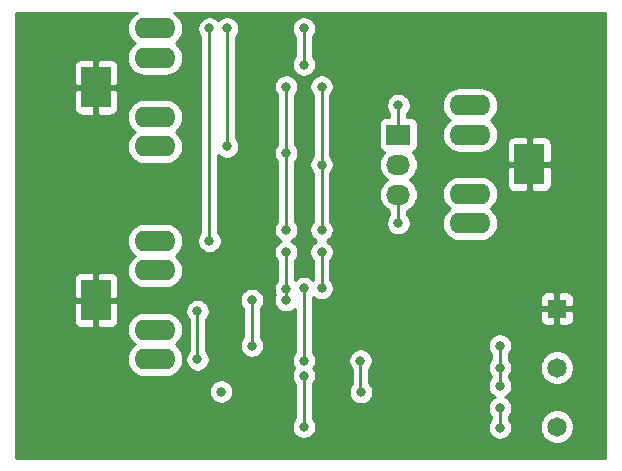
<source format=gbr>
G04 #@! TF.GenerationSoftware,KiCad,Pcbnew,5.1.2-f72e74a~84~ubuntu18.04.1*
G04 #@! TF.CreationDate,2019-05-17T10:17:23-07:00*
G04 #@! TF.ProjectId,NewVNA,4e657756-4e41-42e6-9b69-6361645f7063,CAT V.2*
G04 #@! TF.SameCoordinates,Original*
G04 #@! TF.FileFunction,Copper,L2,Bot*
G04 #@! TF.FilePolarity,Positive*
%FSLAX46Y46*%
G04 Gerber Fmt 4.6, Leading zero omitted, Abs format (unit mm)*
G04 Created by KiCad (PCBNEW 5.1.2-f72e74a~84~ubuntu18.04.1) date 2019-05-17 10:17:23*
%MOMM*%
%LPD*%
G04 APERTURE LIST*
%ADD10O,2.030000X1.730000*%
%ADD11R,2.030000X1.730000*%
%ADD12C,1.650000*%
%ADD13R,1.650000X1.650000*%
%ADD14O,3.500000X1.750000*%
%ADD15R,2.500000X3.500000*%
%ADD16C,0.800000*%
%ADD17C,0.250000*%
%ADD18C,0.254000*%
G04 APERTURE END LIST*
D10*
X58000000Y-41080000D03*
X58000000Y-38540000D03*
D11*
X58000000Y-36000000D03*
D12*
X71424800Y-60727600D03*
X71424800Y-55727600D03*
D13*
X71424800Y-50727600D03*
D14*
X64090000Y-36000000D03*
X64090000Y-41000000D03*
X64090000Y-33500000D03*
X64090000Y-43500000D03*
D15*
X69096000Y-38500000D03*
D14*
X37410000Y-34500000D03*
X37410000Y-29500000D03*
X37410000Y-37000000D03*
X37410000Y-27000000D03*
D15*
X32404000Y-32000000D03*
D14*
X37410000Y-52500000D03*
X37410000Y-47500000D03*
X37410000Y-55000000D03*
X37410000Y-45000000D03*
D15*
X32404000Y-50000000D03*
D16*
X50000000Y-60727600D03*
X66600000Y-60800000D03*
X66600000Y-59137500D03*
X50000000Y-56405000D03*
X66600000Y-55727600D03*
X66600000Y-57262500D03*
X66600000Y-53865000D03*
X48500000Y-50000000D03*
X48500000Y-45937500D03*
X48500000Y-49062500D03*
X45600000Y-50000000D03*
X45600000Y-53865000D03*
X48500000Y-37562500D03*
X48500000Y-31937500D03*
X48500000Y-44062500D03*
X51500000Y-45937500D03*
X51500000Y-49000000D03*
X50000000Y-55135000D03*
X50000000Y-49000000D03*
X41000000Y-50937500D03*
X41000000Y-55031300D03*
X54800000Y-55135000D03*
X54830200Y-57793400D03*
X43000000Y-57750000D03*
X42000000Y-27000000D03*
X42000000Y-45000000D03*
X43500000Y-37000000D03*
X43500000Y-27000000D03*
X50000000Y-27000000D03*
X50000000Y-30062500D03*
X58000000Y-33500000D03*
X58000000Y-43500000D03*
X51500000Y-31937500D03*
X51500000Y-38540000D03*
X51500000Y-44062500D03*
D17*
X50000000Y-60727600D02*
X50000000Y-56405000D01*
X66600000Y-59137500D02*
X66600000Y-60800000D01*
X66600000Y-55800000D02*
X66600000Y-57262500D01*
X66600000Y-53865000D02*
X66600000Y-55727600D01*
X48500000Y-45937500D02*
X48500000Y-49062500D01*
X48500000Y-49062500D02*
X48500000Y-50000000D01*
X45600000Y-50000000D02*
X45600000Y-53865000D01*
X48500000Y-31937500D02*
X48500000Y-37562500D01*
X48500000Y-37562500D02*
X48500000Y-44062500D01*
X51500000Y-45937500D02*
X51500000Y-49000000D01*
X50000000Y-55135000D02*
X50000000Y-49000000D01*
X41000000Y-50937500D02*
X41000000Y-55031300D01*
X54800000Y-55135000D02*
X54800000Y-57793400D01*
X42000000Y-27000000D02*
X42000000Y-45000000D01*
X42000000Y-45000000D02*
X42000000Y-45000000D01*
X43500000Y-37000000D02*
X43500000Y-27000000D01*
X50000000Y-27000000D02*
X50000000Y-30062500D01*
X50000000Y-30062500D02*
X50000000Y-30062500D01*
X58000000Y-33500000D02*
X58000000Y-36000000D01*
X58000000Y-41080000D02*
X58000000Y-43500000D01*
X51500000Y-31937500D02*
X51500000Y-38540000D01*
X51500000Y-38540000D02*
X51500000Y-44062500D01*
D18*
G36*
X35692030Y-25738406D02*
G01*
X35462103Y-25927103D01*
X35273406Y-26157030D01*
X35133192Y-26419352D01*
X35046849Y-26703988D01*
X35017694Y-27000000D01*
X35046849Y-27296012D01*
X35133192Y-27580648D01*
X35273406Y-27842970D01*
X35462103Y-28072897D01*
X35677903Y-28250000D01*
X35462103Y-28427103D01*
X35273406Y-28657030D01*
X35133192Y-28919352D01*
X35046849Y-29203988D01*
X35017694Y-29500000D01*
X35046849Y-29796012D01*
X35133192Y-30080648D01*
X35273406Y-30342970D01*
X35462103Y-30572897D01*
X35692030Y-30761594D01*
X35954352Y-30901808D01*
X36238988Y-30988151D01*
X36460822Y-31010000D01*
X38359178Y-31010000D01*
X38581012Y-30988151D01*
X38865648Y-30901808D01*
X39127970Y-30761594D01*
X39357897Y-30572897D01*
X39546594Y-30342970D01*
X39686808Y-30080648D01*
X39773151Y-29796012D01*
X39802306Y-29500000D01*
X39773151Y-29203988D01*
X39686808Y-28919352D01*
X39546594Y-28657030D01*
X39357897Y-28427103D01*
X39142097Y-28250000D01*
X39357897Y-28072897D01*
X39546594Y-27842970D01*
X39686808Y-27580648D01*
X39773151Y-27296012D01*
X39802306Y-27000000D01*
X39792266Y-26898061D01*
X40965000Y-26898061D01*
X40965000Y-27101939D01*
X41004774Y-27301898D01*
X41082795Y-27490256D01*
X41196063Y-27659774D01*
X41240000Y-27703711D01*
X41240001Y-44296288D01*
X41196063Y-44340226D01*
X41082795Y-44509744D01*
X41004774Y-44698102D01*
X40965000Y-44898061D01*
X40965000Y-45101939D01*
X41004774Y-45301898D01*
X41082795Y-45490256D01*
X41196063Y-45659774D01*
X41340226Y-45803937D01*
X41509744Y-45917205D01*
X41698102Y-45995226D01*
X41898061Y-46035000D01*
X42101939Y-46035000D01*
X42301898Y-45995226D01*
X42490256Y-45917205D01*
X42659774Y-45803937D01*
X42803937Y-45659774D01*
X42917205Y-45490256D01*
X42995226Y-45301898D01*
X43035000Y-45101939D01*
X43035000Y-44898061D01*
X42995226Y-44698102D01*
X42917205Y-44509744D01*
X42803937Y-44340226D01*
X42760000Y-44296289D01*
X42760000Y-37723711D01*
X42840226Y-37803937D01*
X43009744Y-37917205D01*
X43198102Y-37995226D01*
X43398061Y-38035000D01*
X43601939Y-38035000D01*
X43801898Y-37995226D01*
X43990256Y-37917205D01*
X44159774Y-37803937D01*
X44303937Y-37659774D01*
X44417205Y-37490256D01*
X44495226Y-37301898D01*
X44535000Y-37101939D01*
X44535000Y-36898061D01*
X44495226Y-36698102D01*
X44417205Y-36509744D01*
X44303937Y-36340226D01*
X44260000Y-36296289D01*
X44260000Y-31835561D01*
X47465000Y-31835561D01*
X47465000Y-32039439D01*
X47504774Y-32239398D01*
X47582795Y-32427756D01*
X47696063Y-32597274D01*
X47740000Y-32641211D01*
X47740001Y-36858788D01*
X47696063Y-36902726D01*
X47582795Y-37072244D01*
X47504774Y-37260602D01*
X47465000Y-37460561D01*
X47465000Y-37664439D01*
X47504774Y-37864398D01*
X47582795Y-38052756D01*
X47696063Y-38222274D01*
X47740000Y-38266211D01*
X47740001Y-43358788D01*
X47696063Y-43402726D01*
X47582795Y-43572244D01*
X47504774Y-43760602D01*
X47465000Y-43960561D01*
X47465000Y-44164439D01*
X47504774Y-44364398D01*
X47582795Y-44552756D01*
X47696063Y-44722274D01*
X47840226Y-44866437D01*
X48009744Y-44979705D01*
X48058740Y-45000000D01*
X48009744Y-45020295D01*
X47840226Y-45133563D01*
X47696063Y-45277726D01*
X47582795Y-45447244D01*
X47504774Y-45635602D01*
X47465000Y-45835561D01*
X47465000Y-46039439D01*
X47504774Y-46239398D01*
X47582795Y-46427756D01*
X47696063Y-46597274D01*
X47740000Y-46641211D01*
X47740001Y-48358788D01*
X47696063Y-48402726D01*
X47582795Y-48572244D01*
X47504774Y-48760602D01*
X47465000Y-48960561D01*
X47465000Y-49164439D01*
X47504774Y-49364398D01*
X47573887Y-49531250D01*
X47504774Y-49698102D01*
X47465000Y-49898061D01*
X47465000Y-50101939D01*
X47504774Y-50301898D01*
X47582795Y-50490256D01*
X47696063Y-50659774D01*
X47840226Y-50803937D01*
X48009744Y-50917205D01*
X48198102Y-50995226D01*
X48398061Y-51035000D01*
X48601939Y-51035000D01*
X48801898Y-50995226D01*
X48990256Y-50917205D01*
X49159774Y-50803937D01*
X49240001Y-50723710D01*
X49240000Y-54431289D01*
X49196063Y-54475226D01*
X49082795Y-54644744D01*
X49004774Y-54833102D01*
X48965000Y-55033061D01*
X48965000Y-55236939D01*
X49004774Y-55436898D01*
X49082795Y-55625256D01*
X49179510Y-55770000D01*
X49082795Y-55914744D01*
X49004774Y-56103102D01*
X48965000Y-56303061D01*
X48965000Y-56506939D01*
X49004774Y-56706898D01*
X49082795Y-56895256D01*
X49196063Y-57064774D01*
X49240001Y-57108712D01*
X49240000Y-60023889D01*
X49196063Y-60067826D01*
X49082795Y-60237344D01*
X49004774Y-60425702D01*
X48965000Y-60625661D01*
X48965000Y-60829539D01*
X49004774Y-61029498D01*
X49082795Y-61217856D01*
X49196063Y-61387374D01*
X49340226Y-61531537D01*
X49509744Y-61644805D01*
X49698102Y-61722826D01*
X49898061Y-61762600D01*
X50101939Y-61762600D01*
X50301898Y-61722826D01*
X50490256Y-61644805D01*
X50659774Y-61531537D01*
X50803937Y-61387374D01*
X50917205Y-61217856D01*
X50995226Y-61029498D01*
X51035000Y-60829539D01*
X51035000Y-60625661D01*
X50995226Y-60425702D01*
X50917205Y-60237344D01*
X50803937Y-60067826D01*
X50760000Y-60023889D01*
X50760000Y-57108711D01*
X50803937Y-57064774D01*
X50917205Y-56895256D01*
X50995226Y-56706898D01*
X51035000Y-56506939D01*
X51035000Y-56303061D01*
X50995226Y-56103102D01*
X50917205Y-55914744D01*
X50820490Y-55770000D01*
X50917205Y-55625256D01*
X50995226Y-55436898D01*
X51035000Y-55236939D01*
X51035000Y-55033061D01*
X53765000Y-55033061D01*
X53765000Y-55236939D01*
X53804774Y-55436898D01*
X53882795Y-55625256D01*
X53996063Y-55794774D01*
X54040000Y-55838711D01*
X54040001Y-57119888D01*
X54026263Y-57133626D01*
X53912995Y-57303144D01*
X53834974Y-57491502D01*
X53795200Y-57691461D01*
X53795200Y-57895339D01*
X53834974Y-58095298D01*
X53912995Y-58283656D01*
X54026263Y-58453174D01*
X54170426Y-58597337D01*
X54339944Y-58710605D01*
X54528302Y-58788626D01*
X54728261Y-58828400D01*
X54932139Y-58828400D01*
X55132098Y-58788626D01*
X55320456Y-58710605D01*
X55489974Y-58597337D01*
X55634137Y-58453174D01*
X55747405Y-58283656D01*
X55825426Y-58095298D01*
X55865200Y-57895339D01*
X55865200Y-57691461D01*
X55825426Y-57491502D01*
X55747405Y-57303144D01*
X55634137Y-57133626D01*
X55560000Y-57059489D01*
X55560000Y-55838711D01*
X55603937Y-55794774D01*
X55717205Y-55625256D01*
X55795226Y-55436898D01*
X55835000Y-55236939D01*
X55835000Y-55033061D01*
X55795226Y-54833102D01*
X55717205Y-54644744D01*
X55603937Y-54475226D01*
X55459774Y-54331063D01*
X55290256Y-54217795D01*
X55101898Y-54139774D01*
X54901939Y-54100000D01*
X54698061Y-54100000D01*
X54498102Y-54139774D01*
X54309744Y-54217795D01*
X54140226Y-54331063D01*
X53996063Y-54475226D01*
X53882795Y-54644744D01*
X53804774Y-54833102D01*
X53765000Y-55033061D01*
X51035000Y-55033061D01*
X50995226Y-54833102D01*
X50917205Y-54644744D01*
X50803937Y-54475226D01*
X50760000Y-54431289D01*
X50760000Y-53763061D01*
X65565000Y-53763061D01*
X65565000Y-53966939D01*
X65604774Y-54166898D01*
X65682795Y-54355256D01*
X65796063Y-54524774D01*
X65840000Y-54568711D01*
X65840001Y-55023888D01*
X65796063Y-55067826D01*
X65682795Y-55237344D01*
X65604774Y-55425702D01*
X65565000Y-55625661D01*
X65565000Y-55829539D01*
X65604774Y-56029498D01*
X65682795Y-56217856D01*
X65796063Y-56387374D01*
X65840000Y-56431311D01*
X65840001Y-56558788D01*
X65796063Y-56602726D01*
X65682795Y-56772244D01*
X65604774Y-56960602D01*
X65565000Y-57160561D01*
X65565000Y-57364439D01*
X65604774Y-57564398D01*
X65682795Y-57752756D01*
X65796063Y-57922274D01*
X65940226Y-58066437D01*
X66109744Y-58179705D01*
X66158740Y-58200000D01*
X66109744Y-58220295D01*
X65940226Y-58333563D01*
X65796063Y-58477726D01*
X65682795Y-58647244D01*
X65604774Y-58835602D01*
X65565000Y-59035561D01*
X65565000Y-59239439D01*
X65604774Y-59439398D01*
X65682795Y-59627756D01*
X65796063Y-59797274D01*
X65840000Y-59841211D01*
X65840001Y-60096288D01*
X65796063Y-60140226D01*
X65682795Y-60309744D01*
X65604774Y-60498102D01*
X65565000Y-60698061D01*
X65565000Y-60901939D01*
X65604774Y-61101898D01*
X65682795Y-61290256D01*
X65796063Y-61459774D01*
X65940226Y-61603937D01*
X66109744Y-61717205D01*
X66298102Y-61795226D01*
X66498061Y-61835000D01*
X66701939Y-61835000D01*
X66901898Y-61795226D01*
X67090256Y-61717205D01*
X67259774Y-61603937D01*
X67403937Y-61459774D01*
X67517205Y-61290256D01*
X67595226Y-61101898D01*
X67635000Y-60901939D01*
X67635000Y-60698061D01*
X67612273Y-60583803D01*
X69964800Y-60583803D01*
X69964800Y-60871397D01*
X70020907Y-61153466D01*
X70130965Y-61419169D01*
X70290744Y-61658296D01*
X70494104Y-61861656D01*
X70733231Y-62021435D01*
X70998934Y-62131493D01*
X71281003Y-62187600D01*
X71568597Y-62187600D01*
X71850666Y-62131493D01*
X72116369Y-62021435D01*
X72355496Y-61861656D01*
X72558856Y-61658296D01*
X72718635Y-61419169D01*
X72828693Y-61153466D01*
X72884800Y-60871397D01*
X72884800Y-60583803D01*
X72828693Y-60301734D01*
X72718635Y-60036031D01*
X72558856Y-59796904D01*
X72355496Y-59593544D01*
X72116369Y-59433765D01*
X71850666Y-59323707D01*
X71568597Y-59267600D01*
X71281003Y-59267600D01*
X70998934Y-59323707D01*
X70733231Y-59433765D01*
X70494104Y-59593544D01*
X70290744Y-59796904D01*
X70130965Y-60036031D01*
X70020907Y-60301734D01*
X69964800Y-60583803D01*
X67612273Y-60583803D01*
X67595226Y-60498102D01*
X67517205Y-60309744D01*
X67403937Y-60140226D01*
X67360000Y-60096289D01*
X67360000Y-59841211D01*
X67403937Y-59797274D01*
X67517205Y-59627756D01*
X67595226Y-59439398D01*
X67635000Y-59239439D01*
X67635000Y-59035561D01*
X67595226Y-58835602D01*
X67517205Y-58647244D01*
X67403937Y-58477726D01*
X67259774Y-58333563D01*
X67090256Y-58220295D01*
X67041260Y-58200000D01*
X67090256Y-58179705D01*
X67259774Y-58066437D01*
X67403937Y-57922274D01*
X67517205Y-57752756D01*
X67595226Y-57564398D01*
X67635000Y-57364439D01*
X67635000Y-57160561D01*
X67595226Y-56960602D01*
X67517205Y-56772244D01*
X67403937Y-56602726D01*
X67360000Y-56558789D01*
X67360000Y-56431311D01*
X67403937Y-56387374D01*
X67517205Y-56217856D01*
X67595226Y-56029498D01*
X67635000Y-55829539D01*
X67635000Y-55625661D01*
X67626674Y-55583803D01*
X69964800Y-55583803D01*
X69964800Y-55871397D01*
X70020907Y-56153466D01*
X70130965Y-56419169D01*
X70290744Y-56658296D01*
X70494104Y-56861656D01*
X70733231Y-57021435D01*
X70998934Y-57131493D01*
X71281003Y-57187600D01*
X71568597Y-57187600D01*
X71850666Y-57131493D01*
X72116369Y-57021435D01*
X72355496Y-56861656D01*
X72558856Y-56658296D01*
X72718635Y-56419169D01*
X72828693Y-56153466D01*
X72884800Y-55871397D01*
X72884800Y-55583803D01*
X72828693Y-55301734D01*
X72718635Y-55036031D01*
X72558856Y-54796904D01*
X72355496Y-54593544D01*
X72116369Y-54433765D01*
X71850666Y-54323707D01*
X71568597Y-54267600D01*
X71281003Y-54267600D01*
X70998934Y-54323707D01*
X70733231Y-54433765D01*
X70494104Y-54593544D01*
X70290744Y-54796904D01*
X70130965Y-55036031D01*
X70020907Y-55301734D01*
X69964800Y-55583803D01*
X67626674Y-55583803D01*
X67595226Y-55425702D01*
X67517205Y-55237344D01*
X67403937Y-55067826D01*
X67360000Y-55023889D01*
X67360000Y-54568711D01*
X67403937Y-54524774D01*
X67517205Y-54355256D01*
X67595226Y-54166898D01*
X67635000Y-53966939D01*
X67635000Y-53763061D01*
X67595226Y-53563102D01*
X67517205Y-53374744D01*
X67403937Y-53205226D01*
X67259774Y-53061063D01*
X67090256Y-52947795D01*
X66901898Y-52869774D01*
X66701939Y-52830000D01*
X66498061Y-52830000D01*
X66298102Y-52869774D01*
X66109744Y-52947795D01*
X65940226Y-53061063D01*
X65796063Y-53205226D01*
X65682795Y-53374744D01*
X65604774Y-53563102D01*
X65565000Y-53763061D01*
X50760000Y-53763061D01*
X50760000Y-51552600D01*
X69961728Y-51552600D01*
X69973988Y-51677082D01*
X70010298Y-51796780D01*
X70069263Y-51907094D01*
X70148615Y-52003785D01*
X70245306Y-52083137D01*
X70355620Y-52142102D01*
X70475318Y-52178412D01*
X70599800Y-52190672D01*
X71139050Y-52187600D01*
X71297800Y-52028850D01*
X71297800Y-50854600D01*
X71551800Y-50854600D01*
X71551800Y-52028850D01*
X71710550Y-52187600D01*
X72249800Y-52190672D01*
X72374282Y-52178412D01*
X72493980Y-52142102D01*
X72604294Y-52083137D01*
X72700985Y-52003785D01*
X72780337Y-51907094D01*
X72839302Y-51796780D01*
X72875612Y-51677082D01*
X72887872Y-51552600D01*
X72884800Y-51013350D01*
X72726050Y-50854600D01*
X71551800Y-50854600D01*
X71297800Y-50854600D01*
X70123550Y-50854600D01*
X69964800Y-51013350D01*
X69961728Y-51552600D01*
X50760000Y-51552600D01*
X50760000Y-49723711D01*
X50840226Y-49803937D01*
X51009744Y-49917205D01*
X51198102Y-49995226D01*
X51398061Y-50035000D01*
X51601939Y-50035000D01*
X51801898Y-49995226D01*
X51990256Y-49917205D01*
X52012113Y-49902600D01*
X69961728Y-49902600D01*
X69964800Y-50441850D01*
X70123550Y-50600600D01*
X71297800Y-50600600D01*
X71297800Y-49426350D01*
X71551800Y-49426350D01*
X71551800Y-50600600D01*
X72726050Y-50600600D01*
X72884800Y-50441850D01*
X72887872Y-49902600D01*
X72875612Y-49778118D01*
X72839302Y-49658420D01*
X72780337Y-49548106D01*
X72700985Y-49451415D01*
X72604294Y-49372063D01*
X72493980Y-49313098D01*
X72374282Y-49276788D01*
X72249800Y-49264528D01*
X71710550Y-49267600D01*
X71551800Y-49426350D01*
X71297800Y-49426350D01*
X71139050Y-49267600D01*
X70599800Y-49264528D01*
X70475318Y-49276788D01*
X70355620Y-49313098D01*
X70245306Y-49372063D01*
X70148615Y-49451415D01*
X70069263Y-49548106D01*
X70010298Y-49658420D01*
X69973988Y-49778118D01*
X69961728Y-49902600D01*
X52012113Y-49902600D01*
X52159774Y-49803937D01*
X52303937Y-49659774D01*
X52417205Y-49490256D01*
X52495226Y-49301898D01*
X52535000Y-49101939D01*
X52535000Y-48898061D01*
X52495226Y-48698102D01*
X52417205Y-48509744D01*
X52303937Y-48340226D01*
X52260000Y-48296289D01*
X52260000Y-46641211D01*
X52303937Y-46597274D01*
X52417205Y-46427756D01*
X52495226Y-46239398D01*
X52535000Y-46039439D01*
X52535000Y-45835561D01*
X52495226Y-45635602D01*
X52417205Y-45447244D01*
X52303937Y-45277726D01*
X52159774Y-45133563D01*
X51990256Y-45020295D01*
X51941260Y-45000000D01*
X51990256Y-44979705D01*
X52159774Y-44866437D01*
X52303937Y-44722274D01*
X52417205Y-44552756D01*
X52495226Y-44364398D01*
X52535000Y-44164439D01*
X52535000Y-43960561D01*
X52495226Y-43760602D01*
X52417205Y-43572244D01*
X52303937Y-43402726D01*
X52260000Y-43358789D01*
X52260000Y-39243711D01*
X52303937Y-39199774D01*
X52417205Y-39030256D01*
X52495226Y-38841898D01*
X52535000Y-38641939D01*
X52535000Y-38540000D01*
X56342743Y-38540000D01*
X56371705Y-38834051D01*
X56457476Y-39116802D01*
X56596762Y-39377387D01*
X56784208Y-39605792D01*
X57012613Y-39793238D01*
X57043972Y-39810000D01*
X57012613Y-39826762D01*
X56784208Y-40014208D01*
X56596762Y-40242613D01*
X56457476Y-40503198D01*
X56371705Y-40785949D01*
X56342743Y-41080000D01*
X56371705Y-41374051D01*
X56457476Y-41656802D01*
X56596762Y-41917387D01*
X56784208Y-42145792D01*
X57012613Y-42333238D01*
X57240001Y-42454780D01*
X57240001Y-42796288D01*
X57196063Y-42840226D01*
X57082795Y-43009744D01*
X57004774Y-43198102D01*
X56965000Y-43398061D01*
X56965000Y-43601939D01*
X57004774Y-43801898D01*
X57082795Y-43990256D01*
X57196063Y-44159774D01*
X57340226Y-44303937D01*
X57509744Y-44417205D01*
X57698102Y-44495226D01*
X57898061Y-44535000D01*
X58101939Y-44535000D01*
X58301898Y-44495226D01*
X58490256Y-44417205D01*
X58659774Y-44303937D01*
X58803937Y-44159774D01*
X58917205Y-43990256D01*
X58995226Y-43801898D01*
X59035000Y-43601939D01*
X59035000Y-43398061D01*
X58995226Y-43198102D01*
X58917205Y-43009744D01*
X58803937Y-42840226D01*
X58760000Y-42796289D01*
X58760000Y-42454779D01*
X58987387Y-42333238D01*
X59215792Y-42145792D01*
X59403238Y-41917387D01*
X59542524Y-41656802D01*
X59628295Y-41374051D01*
X59657257Y-41080000D01*
X59649378Y-41000000D01*
X61697694Y-41000000D01*
X61726849Y-41296012D01*
X61813192Y-41580648D01*
X61953406Y-41842970D01*
X62142103Y-42072897D01*
X62357903Y-42250000D01*
X62142103Y-42427103D01*
X61953406Y-42657030D01*
X61813192Y-42919352D01*
X61726849Y-43203988D01*
X61697694Y-43500000D01*
X61726849Y-43796012D01*
X61813192Y-44080648D01*
X61953406Y-44342970D01*
X62142103Y-44572897D01*
X62372030Y-44761594D01*
X62634352Y-44901808D01*
X62918988Y-44988151D01*
X63140822Y-45010000D01*
X65039178Y-45010000D01*
X65261012Y-44988151D01*
X65545648Y-44901808D01*
X65807970Y-44761594D01*
X66037897Y-44572897D01*
X66226594Y-44342970D01*
X66366808Y-44080648D01*
X66453151Y-43796012D01*
X66482306Y-43500000D01*
X66453151Y-43203988D01*
X66366808Y-42919352D01*
X66226594Y-42657030D01*
X66037897Y-42427103D01*
X65822097Y-42250000D01*
X66037897Y-42072897D01*
X66226594Y-41842970D01*
X66366808Y-41580648D01*
X66453151Y-41296012D01*
X66482306Y-41000000D01*
X66453151Y-40703988D01*
X66366808Y-40419352D01*
X66276288Y-40250000D01*
X67207928Y-40250000D01*
X67220188Y-40374482D01*
X67256498Y-40494180D01*
X67315463Y-40604494D01*
X67394815Y-40701185D01*
X67491506Y-40780537D01*
X67601820Y-40839502D01*
X67721518Y-40875812D01*
X67846000Y-40888072D01*
X68810250Y-40885000D01*
X68969000Y-40726250D01*
X68969000Y-38627000D01*
X69223000Y-38627000D01*
X69223000Y-40726250D01*
X69381750Y-40885000D01*
X70346000Y-40888072D01*
X70470482Y-40875812D01*
X70590180Y-40839502D01*
X70700494Y-40780537D01*
X70797185Y-40701185D01*
X70876537Y-40604494D01*
X70935502Y-40494180D01*
X70971812Y-40374482D01*
X70984072Y-40250000D01*
X70981000Y-38785750D01*
X70822250Y-38627000D01*
X69223000Y-38627000D01*
X68969000Y-38627000D01*
X67369750Y-38627000D01*
X67211000Y-38785750D01*
X67207928Y-40250000D01*
X66276288Y-40250000D01*
X66226594Y-40157030D01*
X66037897Y-39927103D01*
X65807970Y-39738406D01*
X65545648Y-39598192D01*
X65261012Y-39511849D01*
X65039178Y-39490000D01*
X63140822Y-39490000D01*
X62918988Y-39511849D01*
X62634352Y-39598192D01*
X62372030Y-39738406D01*
X62142103Y-39927103D01*
X61953406Y-40157030D01*
X61813192Y-40419352D01*
X61726849Y-40703988D01*
X61697694Y-41000000D01*
X59649378Y-41000000D01*
X59628295Y-40785949D01*
X59542524Y-40503198D01*
X59403238Y-40242613D01*
X59215792Y-40014208D01*
X58987387Y-39826762D01*
X58956028Y-39810000D01*
X58987387Y-39793238D01*
X59215792Y-39605792D01*
X59403238Y-39377387D01*
X59542524Y-39116802D01*
X59628295Y-38834051D01*
X59657257Y-38540000D01*
X59628295Y-38245949D01*
X59542524Y-37963198D01*
X59403238Y-37702613D01*
X59215792Y-37474208D01*
X59209970Y-37469430D01*
X59259180Y-37454502D01*
X59369494Y-37395537D01*
X59466185Y-37316185D01*
X59545537Y-37219494D01*
X59604502Y-37109180D01*
X59640812Y-36989482D01*
X59653072Y-36865000D01*
X59653072Y-35135000D01*
X59640812Y-35010518D01*
X59604502Y-34890820D01*
X59545537Y-34780506D01*
X59466185Y-34683815D01*
X59369494Y-34604463D01*
X59259180Y-34545498D01*
X59139482Y-34509188D01*
X59015000Y-34496928D01*
X58760000Y-34496928D01*
X58760000Y-34203711D01*
X58803937Y-34159774D01*
X58917205Y-33990256D01*
X58995226Y-33801898D01*
X59035000Y-33601939D01*
X59035000Y-33500000D01*
X61697694Y-33500000D01*
X61726849Y-33796012D01*
X61813192Y-34080648D01*
X61953406Y-34342970D01*
X62142103Y-34572897D01*
X62357903Y-34750000D01*
X62142103Y-34927103D01*
X61953406Y-35157030D01*
X61813192Y-35419352D01*
X61726849Y-35703988D01*
X61697694Y-36000000D01*
X61726849Y-36296012D01*
X61813192Y-36580648D01*
X61953406Y-36842970D01*
X62142103Y-37072897D01*
X62372030Y-37261594D01*
X62634352Y-37401808D01*
X62918988Y-37488151D01*
X63140822Y-37510000D01*
X65039178Y-37510000D01*
X65261012Y-37488151D01*
X65545648Y-37401808D01*
X65807970Y-37261594D01*
X66037897Y-37072897D01*
X66226594Y-36842970D01*
X66276287Y-36750000D01*
X67207928Y-36750000D01*
X67211000Y-38214250D01*
X67369750Y-38373000D01*
X68969000Y-38373000D01*
X68969000Y-36273750D01*
X69223000Y-36273750D01*
X69223000Y-38373000D01*
X70822250Y-38373000D01*
X70981000Y-38214250D01*
X70984072Y-36750000D01*
X70971812Y-36625518D01*
X70935502Y-36505820D01*
X70876537Y-36395506D01*
X70797185Y-36298815D01*
X70700494Y-36219463D01*
X70590180Y-36160498D01*
X70470482Y-36124188D01*
X70346000Y-36111928D01*
X69381750Y-36115000D01*
X69223000Y-36273750D01*
X68969000Y-36273750D01*
X68810250Y-36115000D01*
X67846000Y-36111928D01*
X67721518Y-36124188D01*
X67601820Y-36160498D01*
X67491506Y-36219463D01*
X67394815Y-36298815D01*
X67315463Y-36395506D01*
X67256498Y-36505820D01*
X67220188Y-36625518D01*
X67207928Y-36750000D01*
X66276287Y-36750000D01*
X66366808Y-36580648D01*
X66453151Y-36296012D01*
X66482306Y-36000000D01*
X66453151Y-35703988D01*
X66366808Y-35419352D01*
X66226594Y-35157030D01*
X66037897Y-34927103D01*
X65822097Y-34750000D01*
X66037897Y-34572897D01*
X66226594Y-34342970D01*
X66366808Y-34080648D01*
X66453151Y-33796012D01*
X66482306Y-33500000D01*
X66453151Y-33203988D01*
X66366808Y-32919352D01*
X66226594Y-32657030D01*
X66037897Y-32427103D01*
X65807970Y-32238406D01*
X65545648Y-32098192D01*
X65261012Y-32011849D01*
X65039178Y-31990000D01*
X63140822Y-31990000D01*
X62918988Y-32011849D01*
X62634352Y-32098192D01*
X62372030Y-32238406D01*
X62142103Y-32427103D01*
X61953406Y-32657030D01*
X61813192Y-32919352D01*
X61726849Y-33203988D01*
X61697694Y-33500000D01*
X59035000Y-33500000D01*
X59035000Y-33398061D01*
X58995226Y-33198102D01*
X58917205Y-33009744D01*
X58803937Y-32840226D01*
X58659774Y-32696063D01*
X58490256Y-32582795D01*
X58301898Y-32504774D01*
X58101939Y-32465000D01*
X57898061Y-32465000D01*
X57698102Y-32504774D01*
X57509744Y-32582795D01*
X57340226Y-32696063D01*
X57196063Y-32840226D01*
X57082795Y-33009744D01*
X57004774Y-33198102D01*
X56965000Y-33398061D01*
X56965000Y-33601939D01*
X57004774Y-33801898D01*
X57082795Y-33990256D01*
X57196063Y-34159774D01*
X57240000Y-34203711D01*
X57240000Y-34496928D01*
X56985000Y-34496928D01*
X56860518Y-34509188D01*
X56740820Y-34545498D01*
X56630506Y-34604463D01*
X56533815Y-34683815D01*
X56454463Y-34780506D01*
X56395498Y-34890820D01*
X56359188Y-35010518D01*
X56346928Y-35135000D01*
X56346928Y-36865000D01*
X56359188Y-36989482D01*
X56395498Y-37109180D01*
X56454463Y-37219494D01*
X56533815Y-37316185D01*
X56630506Y-37395537D01*
X56740820Y-37454502D01*
X56790030Y-37469430D01*
X56784208Y-37474208D01*
X56596762Y-37702613D01*
X56457476Y-37963198D01*
X56371705Y-38245949D01*
X56342743Y-38540000D01*
X52535000Y-38540000D01*
X52535000Y-38438061D01*
X52495226Y-38238102D01*
X52417205Y-38049744D01*
X52303937Y-37880226D01*
X52260000Y-37836289D01*
X52260000Y-32641211D01*
X52303937Y-32597274D01*
X52417205Y-32427756D01*
X52495226Y-32239398D01*
X52535000Y-32039439D01*
X52535000Y-31835561D01*
X52495226Y-31635602D01*
X52417205Y-31447244D01*
X52303937Y-31277726D01*
X52159774Y-31133563D01*
X51990256Y-31020295D01*
X51801898Y-30942274D01*
X51601939Y-30902500D01*
X51398061Y-30902500D01*
X51198102Y-30942274D01*
X51009744Y-31020295D01*
X50840226Y-31133563D01*
X50696063Y-31277726D01*
X50582795Y-31447244D01*
X50504774Y-31635602D01*
X50465000Y-31835561D01*
X50465000Y-32039439D01*
X50504774Y-32239398D01*
X50582795Y-32427756D01*
X50696063Y-32597274D01*
X50740000Y-32641211D01*
X50740001Y-37836288D01*
X50696063Y-37880226D01*
X50582795Y-38049744D01*
X50504774Y-38238102D01*
X50465000Y-38438061D01*
X50465000Y-38641939D01*
X50504774Y-38841898D01*
X50582795Y-39030256D01*
X50696063Y-39199774D01*
X50740000Y-39243711D01*
X50740001Y-43358788D01*
X50696063Y-43402726D01*
X50582795Y-43572244D01*
X50504774Y-43760602D01*
X50465000Y-43960561D01*
X50465000Y-44164439D01*
X50504774Y-44364398D01*
X50582795Y-44552756D01*
X50696063Y-44722274D01*
X50840226Y-44866437D01*
X51009744Y-44979705D01*
X51058740Y-45000000D01*
X51009744Y-45020295D01*
X50840226Y-45133563D01*
X50696063Y-45277726D01*
X50582795Y-45447244D01*
X50504774Y-45635602D01*
X50465000Y-45835561D01*
X50465000Y-46039439D01*
X50504774Y-46239398D01*
X50582795Y-46427756D01*
X50696063Y-46597274D01*
X50740000Y-46641211D01*
X50740001Y-48276290D01*
X50659774Y-48196063D01*
X50490256Y-48082795D01*
X50301898Y-48004774D01*
X50101939Y-47965000D01*
X49898061Y-47965000D01*
X49698102Y-48004774D01*
X49509744Y-48082795D01*
X49340226Y-48196063D01*
X49260000Y-48276289D01*
X49260000Y-46641211D01*
X49303937Y-46597274D01*
X49417205Y-46427756D01*
X49495226Y-46239398D01*
X49535000Y-46039439D01*
X49535000Y-45835561D01*
X49495226Y-45635602D01*
X49417205Y-45447244D01*
X49303937Y-45277726D01*
X49159774Y-45133563D01*
X48990256Y-45020295D01*
X48941260Y-45000000D01*
X48990256Y-44979705D01*
X49159774Y-44866437D01*
X49303937Y-44722274D01*
X49417205Y-44552756D01*
X49495226Y-44364398D01*
X49535000Y-44164439D01*
X49535000Y-43960561D01*
X49495226Y-43760602D01*
X49417205Y-43572244D01*
X49303937Y-43402726D01*
X49260000Y-43358789D01*
X49260000Y-38266211D01*
X49303937Y-38222274D01*
X49417205Y-38052756D01*
X49495226Y-37864398D01*
X49535000Y-37664439D01*
X49535000Y-37460561D01*
X49495226Y-37260602D01*
X49417205Y-37072244D01*
X49303937Y-36902726D01*
X49260000Y-36858789D01*
X49260000Y-32641211D01*
X49303937Y-32597274D01*
X49417205Y-32427756D01*
X49495226Y-32239398D01*
X49535000Y-32039439D01*
X49535000Y-31835561D01*
X49495226Y-31635602D01*
X49417205Y-31447244D01*
X49303937Y-31277726D01*
X49159774Y-31133563D01*
X48990256Y-31020295D01*
X48801898Y-30942274D01*
X48601939Y-30902500D01*
X48398061Y-30902500D01*
X48198102Y-30942274D01*
X48009744Y-31020295D01*
X47840226Y-31133563D01*
X47696063Y-31277726D01*
X47582795Y-31447244D01*
X47504774Y-31635602D01*
X47465000Y-31835561D01*
X44260000Y-31835561D01*
X44260000Y-27703711D01*
X44303937Y-27659774D01*
X44417205Y-27490256D01*
X44495226Y-27301898D01*
X44535000Y-27101939D01*
X44535000Y-26898061D01*
X48965000Y-26898061D01*
X48965000Y-27101939D01*
X49004774Y-27301898D01*
X49082795Y-27490256D01*
X49196063Y-27659774D01*
X49240000Y-27703711D01*
X49240001Y-29358788D01*
X49196063Y-29402726D01*
X49082795Y-29572244D01*
X49004774Y-29760602D01*
X48965000Y-29960561D01*
X48965000Y-30164439D01*
X49004774Y-30364398D01*
X49082795Y-30552756D01*
X49196063Y-30722274D01*
X49340226Y-30866437D01*
X49509744Y-30979705D01*
X49698102Y-31057726D01*
X49898061Y-31097500D01*
X50101939Y-31097500D01*
X50301898Y-31057726D01*
X50490256Y-30979705D01*
X50659774Y-30866437D01*
X50803937Y-30722274D01*
X50917205Y-30552756D01*
X50995226Y-30364398D01*
X51035000Y-30164439D01*
X51035000Y-29960561D01*
X50995226Y-29760602D01*
X50917205Y-29572244D01*
X50803937Y-29402726D01*
X50760000Y-29358789D01*
X50760000Y-27703711D01*
X50803937Y-27659774D01*
X50917205Y-27490256D01*
X50995226Y-27301898D01*
X51035000Y-27101939D01*
X51035000Y-26898061D01*
X50995226Y-26698102D01*
X50917205Y-26509744D01*
X50803937Y-26340226D01*
X50659774Y-26196063D01*
X50490256Y-26082795D01*
X50301898Y-26004774D01*
X50101939Y-25965000D01*
X49898061Y-25965000D01*
X49698102Y-26004774D01*
X49509744Y-26082795D01*
X49340226Y-26196063D01*
X49196063Y-26340226D01*
X49082795Y-26509744D01*
X49004774Y-26698102D01*
X48965000Y-26898061D01*
X44535000Y-26898061D01*
X44495226Y-26698102D01*
X44417205Y-26509744D01*
X44303937Y-26340226D01*
X44159774Y-26196063D01*
X43990256Y-26082795D01*
X43801898Y-26004774D01*
X43601939Y-25965000D01*
X43398061Y-25965000D01*
X43198102Y-26004774D01*
X43009744Y-26082795D01*
X42840226Y-26196063D01*
X42750000Y-26286289D01*
X42659774Y-26196063D01*
X42490256Y-26082795D01*
X42301898Y-26004774D01*
X42101939Y-25965000D01*
X41898061Y-25965000D01*
X41698102Y-26004774D01*
X41509744Y-26082795D01*
X41340226Y-26196063D01*
X41196063Y-26340226D01*
X41082795Y-26509744D01*
X41004774Y-26698102D01*
X40965000Y-26898061D01*
X39792266Y-26898061D01*
X39773151Y-26703988D01*
X39686808Y-26419352D01*
X39546594Y-26157030D01*
X39357897Y-25927103D01*
X39127970Y-25738406D01*
X38981283Y-25660000D01*
X75490058Y-25660000D01*
X75539141Y-63398800D01*
X25660000Y-63398800D01*
X25660000Y-57648061D01*
X41965000Y-57648061D01*
X41965000Y-57851939D01*
X42004774Y-58051898D01*
X42082795Y-58240256D01*
X42196063Y-58409774D01*
X42340226Y-58553937D01*
X42509744Y-58667205D01*
X42698102Y-58745226D01*
X42898061Y-58785000D01*
X43101939Y-58785000D01*
X43301898Y-58745226D01*
X43490256Y-58667205D01*
X43659774Y-58553937D01*
X43803937Y-58409774D01*
X43917205Y-58240256D01*
X43995226Y-58051898D01*
X44035000Y-57851939D01*
X44035000Y-57648061D01*
X43995226Y-57448102D01*
X43917205Y-57259744D01*
X43803937Y-57090226D01*
X43659774Y-56946063D01*
X43490256Y-56832795D01*
X43301898Y-56754774D01*
X43101939Y-56715000D01*
X42898061Y-56715000D01*
X42698102Y-56754774D01*
X42509744Y-56832795D01*
X42340226Y-56946063D01*
X42196063Y-57090226D01*
X42082795Y-57259744D01*
X42004774Y-57448102D01*
X41965000Y-57648061D01*
X25660000Y-57648061D01*
X25660000Y-52500000D01*
X35017694Y-52500000D01*
X35046849Y-52796012D01*
X35133192Y-53080648D01*
X35273406Y-53342970D01*
X35462103Y-53572897D01*
X35677903Y-53750000D01*
X35462103Y-53927103D01*
X35273406Y-54157030D01*
X35133192Y-54419352D01*
X35046849Y-54703988D01*
X35017694Y-55000000D01*
X35046849Y-55296012D01*
X35133192Y-55580648D01*
X35273406Y-55842970D01*
X35462103Y-56072897D01*
X35692030Y-56261594D01*
X35954352Y-56401808D01*
X36238988Y-56488151D01*
X36460822Y-56510000D01*
X38359178Y-56510000D01*
X38581012Y-56488151D01*
X38865648Y-56401808D01*
X39127970Y-56261594D01*
X39357897Y-56072897D01*
X39546594Y-55842970D01*
X39686808Y-55580648D01*
X39773151Y-55296012D01*
X39802306Y-55000000D01*
X39773151Y-54703988D01*
X39686808Y-54419352D01*
X39546594Y-54157030D01*
X39357897Y-53927103D01*
X39142097Y-53750000D01*
X39357897Y-53572897D01*
X39546594Y-53342970D01*
X39686808Y-53080648D01*
X39773151Y-52796012D01*
X39802306Y-52500000D01*
X39773151Y-52203988D01*
X39686808Y-51919352D01*
X39546594Y-51657030D01*
X39357897Y-51427103D01*
X39127970Y-51238406D01*
X38865648Y-51098192D01*
X38581012Y-51011849D01*
X38359178Y-50990000D01*
X36460822Y-50990000D01*
X36238988Y-51011849D01*
X35954352Y-51098192D01*
X35692030Y-51238406D01*
X35462103Y-51427103D01*
X35273406Y-51657030D01*
X35133192Y-51919352D01*
X35046849Y-52203988D01*
X35017694Y-52500000D01*
X25660000Y-52500000D01*
X25660000Y-51750000D01*
X30515928Y-51750000D01*
X30528188Y-51874482D01*
X30564498Y-51994180D01*
X30623463Y-52104494D01*
X30702815Y-52201185D01*
X30799506Y-52280537D01*
X30909820Y-52339502D01*
X31029518Y-52375812D01*
X31154000Y-52388072D01*
X32118250Y-52385000D01*
X32277000Y-52226250D01*
X32277000Y-50127000D01*
X32531000Y-50127000D01*
X32531000Y-52226250D01*
X32689750Y-52385000D01*
X33654000Y-52388072D01*
X33778482Y-52375812D01*
X33898180Y-52339502D01*
X34008494Y-52280537D01*
X34105185Y-52201185D01*
X34184537Y-52104494D01*
X34243502Y-51994180D01*
X34279812Y-51874482D01*
X34292072Y-51750000D01*
X34290154Y-50835561D01*
X39965000Y-50835561D01*
X39965000Y-51039439D01*
X40004774Y-51239398D01*
X40082795Y-51427756D01*
X40196063Y-51597274D01*
X40240000Y-51641211D01*
X40240001Y-54327588D01*
X40196063Y-54371526D01*
X40082795Y-54541044D01*
X40004774Y-54729402D01*
X39965000Y-54929361D01*
X39965000Y-55133239D01*
X40004774Y-55333198D01*
X40082795Y-55521556D01*
X40196063Y-55691074D01*
X40340226Y-55835237D01*
X40509744Y-55948505D01*
X40698102Y-56026526D01*
X40898061Y-56066300D01*
X41101939Y-56066300D01*
X41301898Y-56026526D01*
X41490256Y-55948505D01*
X41659774Y-55835237D01*
X41803937Y-55691074D01*
X41917205Y-55521556D01*
X41995226Y-55333198D01*
X42035000Y-55133239D01*
X42035000Y-54929361D01*
X41995226Y-54729402D01*
X41917205Y-54541044D01*
X41803937Y-54371526D01*
X41760000Y-54327589D01*
X41760000Y-51641211D01*
X41803937Y-51597274D01*
X41917205Y-51427756D01*
X41995226Y-51239398D01*
X42035000Y-51039439D01*
X42035000Y-50835561D01*
X41995226Y-50635602D01*
X41917205Y-50447244D01*
X41803937Y-50277726D01*
X41659774Y-50133563D01*
X41490256Y-50020295D01*
X41301898Y-49942274D01*
X41101939Y-49902500D01*
X40898061Y-49902500D01*
X40698102Y-49942274D01*
X40509744Y-50020295D01*
X40340226Y-50133563D01*
X40196063Y-50277726D01*
X40082795Y-50447244D01*
X40004774Y-50635602D01*
X39965000Y-50835561D01*
X34290154Y-50835561D01*
X34289000Y-50285750D01*
X34130250Y-50127000D01*
X32531000Y-50127000D01*
X32277000Y-50127000D01*
X30677750Y-50127000D01*
X30519000Y-50285750D01*
X30515928Y-51750000D01*
X25660000Y-51750000D01*
X25660000Y-49898061D01*
X44565000Y-49898061D01*
X44565000Y-50101939D01*
X44604774Y-50301898D01*
X44682795Y-50490256D01*
X44796063Y-50659774D01*
X44840000Y-50703711D01*
X44840001Y-53161288D01*
X44796063Y-53205226D01*
X44682795Y-53374744D01*
X44604774Y-53563102D01*
X44565000Y-53763061D01*
X44565000Y-53966939D01*
X44604774Y-54166898D01*
X44682795Y-54355256D01*
X44796063Y-54524774D01*
X44940226Y-54668937D01*
X45109744Y-54782205D01*
X45298102Y-54860226D01*
X45498061Y-54900000D01*
X45701939Y-54900000D01*
X45901898Y-54860226D01*
X46090256Y-54782205D01*
X46259774Y-54668937D01*
X46403937Y-54524774D01*
X46517205Y-54355256D01*
X46595226Y-54166898D01*
X46635000Y-53966939D01*
X46635000Y-53763061D01*
X46595226Y-53563102D01*
X46517205Y-53374744D01*
X46403937Y-53205226D01*
X46360000Y-53161289D01*
X46360000Y-50703711D01*
X46403937Y-50659774D01*
X46517205Y-50490256D01*
X46595226Y-50301898D01*
X46635000Y-50101939D01*
X46635000Y-49898061D01*
X46595226Y-49698102D01*
X46517205Y-49509744D01*
X46403937Y-49340226D01*
X46259774Y-49196063D01*
X46090256Y-49082795D01*
X45901898Y-49004774D01*
X45701939Y-48965000D01*
X45498061Y-48965000D01*
X45298102Y-49004774D01*
X45109744Y-49082795D01*
X44940226Y-49196063D01*
X44796063Y-49340226D01*
X44682795Y-49509744D01*
X44604774Y-49698102D01*
X44565000Y-49898061D01*
X25660000Y-49898061D01*
X25660000Y-48250000D01*
X30515928Y-48250000D01*
X30519000Y-49714250D01*
X30677750Y-49873000D01*
X32277000Y-49873000D01*
X32277000Y-47773750D01*
X32531000Y-47773750D01*
X32531000Y-49873000D01*
X34130250Y-49873000D01*
X34289000Y-49714250D01*
X34292072Y-48250000D01*
X34279812Y-48125518D01*
X34243502Y-48005820D01*
X34184537Y-47895506D01*
X34105185Y-47798815D01*
X34008494Y-47719463D01*
X33898180Y-47660498D01*
X33778482Y-47624188D01*
X33654000Y-47611928D01*
X32689750Y-47615000D01*
X32531000Y-47773750D01*
X32277000Y-47773750D01*
X32118250Y-47615000D01*
X31154000Y-47611928D01*
X31029518Y-47624188D01*
X30909820Y-47660498D01*
X30799506Y-47719463D01*
X30702815Y-47798815D01*
X30623463Y-47895506D01*
X30564498Y-48005820D01*
X30528188Y-48125518D01*
X30515928Y-48250000D01*
X25660000Y-48250000D01*
X25660000Y-45000000D01*
X35017694Y-45000000D01*
X35046849Y-45296012D01*
X35133192Y-45580648D01*
X35273406Y-45842970D01*
X35462103Y-46072897D01*
X35677903Y-46250000D01*
X35462103Y-46427103D01*
X35273406Y-46657030D01*
X35133192Y-46919352D01*
X35046849Y-47203988D01*
X35017694Y-47500000D01*
X35046849Y-47796012D01*
X35133192Y-48080648D01*
X35273406Y-48342970D01*
X35462103Y-48572897D01*
X35692030Y-48761594D01*
X35954352Y-48901808D01*
X36238988Y-48988151D01*
X36460822Y-49010000D01*
X38359178Y-49010000D01*
X38581012Y-48988151D01*
X38865648Y-48901808D01*
X39127970Y-48761594D01*
X39357897Y-48572897D01*
X39546594Y-48342970D01*
X39686808Y-48080648D01*
X39773151Y-47796012D01*
X39802306Y-47500000D01*
X39773151Y-47203988D01*
X39686808Y-46919352D01*
X39546594Y-46657030D01*
X39357897Y-46427103D01*
X39142097Y-46250000D01*
X39357897Y-46072897D01*
X39546594Y-45842970D01*
X39686808Y-45580648D01*
X39773151Y-45296012D01*
X39802306Y-45000000D01*
X39773151Y-44703988D01*
X39686808Y-44419352D01*
X39546594Y-44157030D01*
X39357897Y-43927103D01*
X39127970Y-43738406D01*
X38865648Y-43598192D01*
X38581012Y-43511849D01*
X38359178Y-43490000D01*
X36460822Y-43490000D01*
X36238988Y-43511849D01*
X35954352Y-43598192D01*
X35692030Y-43738406D01*
X35462103Y-43927103D01*
X35273406Y-44157030D01*
X35133192Y-44419352D01*
X35046849Y-44703988D01*
X35017694Y-45000000D01*
X25660000Y-45000000D01*
X25660000Y-34500000D01*
X35017694Y-34500000D01*
X35046849Y-34796012D01*
X35133192Y-35080648D01*
X35273406Y-35342970D01*
X35462103Y-35572897D01*
X35677903Y-35750000D01*
X35462103Y-35927103D01*
X35273406Y-36157030D01*
X35133192Y-36419352D01*
X35046849Y-36703988D01*
X35017694Y-37000000D01*
X35046849Y-37296012D01*
X35133192Y-37580648D01*
X35273406Y-37842970D01*
X35462103Y-38072897D01*
X35692030Y-38261594D01*
X35954352Y-38401808D01*
X36238988Y-38488151D01*
X36460822Y-38510000D01*
X38359178Y-38510000D01*
X38581012Y-38488151D01*
X38865648Y-38401808D01*
X39127970Y-38261594D01*
X39357897Y-38072897D01*
X39546594Y-37842970D01*
X39686808Y-37580648D01*
X39773151Y-37296012D01*
X39802306Y-37000000D01*
X39773151Y-36703988D01*
X39686808Y-36419352D01*
X39546594Y-36157030D01*
X39357897Y-35927103D01*
X39142097Y-35750000D01*
X39357897Y-35572897D01*
X39546594Y-35342970D01*
X39686808Y-35080648D01*
X39773151Y-34796012D01*
X39802306Y-34500000D01*
X39773151Y-34203988D01*
X39686808Y-33919352D01*
X39546594Y-33657030D01*
X39357897Y-33427103D01*
X39127970Y-33238406D01*
X38865648Y-33098192D01*
X38581012Y-33011849D01*
X38359178Y-32990000D01*
X36460822Y-32990000D01*
X36238988Y-33011849D01*
X35954352Y-33098192D01*
X35692030Y-33238406D01*
X35462103Y-33427103D01*
X35273406Y-33657030D01*
X35133192Y-33919352D01*
X35046849Y-34203988D01*
X35017694Y-34500000D01*
X25660000Y-34500000D01*
X25660000Y-33750000D01*
X30515928Y-33750000D01*
X30528188Y-33874482D01*
X30564498Y-33994180D01*
X30623463Y-34104494D01*
X30702815Y-34201185D01*
X30799506Y-34280537D01*
X30909820Y-34339502D01*
X31029518Y-34375812D01*
X31154000Y-34388072D01*
X32118250Y-34385000D01*
X32277000Y-34226250D01*
X32277000Y-32127000D01*
X32531000Y-32127000D01*
X32531000Y-34226250D01*
X32689750Y-34385000D01*
X33654000Y-34388072D01*
X33778482Y-34375812D01*
X33898180Y-34339502D01*
X34008494Y-34280537D01*
X34105185Y-34201185D01*
X34184537Y-34104494D01*
X34243502Y-33994180D01*
X34279812Y-33874482D01*
X34292072Y-33750000D01*
X34289000Y-32285750D01*
X34130250Y-32127000D01*
X32531000Y-32127000D01*
X32277000Y-32127000D01*
X30677750Y-32127000D01*
X30519000Y-32285750D01*
X30515928Y-33750000D01*
X25660000Y-33750000D01*
X25660000Y-30250000D01*
X30515928Y-30250000D01*
X30519000Y-31714250D01*
X30677750Y-31873000D01*
X32277000Y-31873000D01*
X32277000Y-29773750D01*
X32531000Y-29773750D01*
X32531000Y-31873000D01*
X34130250Y-31873000D01*
X34289000Y-31714250D01*
X34292072Y-30250000D01*
X34279812Y-30125518D01*
X34243502Y-30005820D01*
X34184537Y-29895506D01*
X34105185Y-29798815D01*
X34008494Y-29719463D01*
X33898180Y-29660498D01*
X33778482Y-29624188D01*
X33654000Y-29611928D01*
X32689750Y-29615000D01*
X32531000Y-29773750D01*
X32277000Y-29773750D01*
X32118250Y-29615000D01*
X31154000Y-29611928D01*
X31029518Y-29624188D01*
X30909820Y-29660498D01*
X30799506Y-29719463D01*
X30702815Y-29798815D01*
X30623463Y-29895506D01*
X30564498Y-30005820D01*
X30528188Y-30125518D01*
X30515928Y-30250000D01*
X25660000Y-30250000D01*
X25660000Y-25660000D01*
X35838717Y-25660000D01*
X35692030Y-25738406D01*
X35692030Y-25738406D01*
G37*
X35692030Y-25738406D02*
X35462103Y-25927103D01*
X35273406Y-26157030D01*
X35133192Y-26419352D01*
X35046849Y-26703988D01*
X35017694Y-27000000D01*
X35046849Y-27296012D01*
X35133192Y-27580648D01*
X35273406Y-27842970D01*
X35462103Y-28072897D01*
X35677903Y-28250000D01*
X35462103Y-28427103D01*
X35273406Y-28657030D01*
X35133192Y-28919352D01*
X35046849Y-29203988D01*
X35017694Y-29500000D01*
X35046849Y-29796012D01*
X35133192Y-30080648D01*
X35273406Y-30342970D01*
X35462103Y-30572897D01*
X35692030Y-30761594D01*
X35954352Y-30901808D01*
X36238988Y-30988151D01*
X36460822Y-31010000D01*
X38359178Y-31010000D01*
X38581012Y-30988151D01*
X38865648Y-30901808D01*
X39127970Y-30761594D01*
X39357897Y-30572897D01*
X39546594Y-30342970D01*
X39686808Y-30080648D01*
X39773151Y-29796012D01*
X39802306Y-29500000D01*
X39773151Y-29203988D01*
X39686808Y-28919352D01*
X39546594Y-28657030D01*
X39357897Y-28427103D01*
X39142097Y-28250000D01*
X39357897Y-28072897D01*
X39546594Y-27842970D01*
X39686808Y-27580648D01*
X39773151Y-27296012D01*
X39802306Y-27000000D01*
X39792266Y-26898061D01*
X40965000Y-26898061D01*
X40965000Y-27101939D01*
X41004774Y-27301898D01*
X41082795Y-27490256D01*
X41196063Y-27659774D01*
X41240000Y-27703711D01*
X41240001Y-44296288D01*
X41196063Y-44340226D01*
X41082795Y-44509744D01*
X41004774Y-44698102D01*
X40965000Y-44898061D01*
X40965000Y-45101939D01*
X41004774Y-45301898D01*
X41082795Y-45490256D01*
X41196063Y-45659774D01*
X41340226Y-45803937D01*
X41509744Y-45917205D01*
X41698102Y-45995226D01*
X41898061Y-46035000D01*
X42101939Y-46035000D01*
X42301898Y-45995226D01*
X42490256Y-45917205D01*
X42659774Y-45803937D01*
X42803937Y-45659774D01*
X42917205Y-45490256D01*
X42995226Y-45301898D01*
X43035000Y-45101939D01*
X43035000Y-44898061D01*
X42995226Y-44698102D01*
X42917205Y-44509744D01*
X42803937Y-44340226D01*
X42760000Y-44296289D01*
X42760000Y-37723711D01*
X42840226Y-37803937D01*
X43009744Y-37917205D01*
X43198102Y-37995226D01*
X43398061Y-38035000D01*
X43601939Y-38035000D01*
X43801898Y-37995226D01*
X43990256Y-37917205D01*
X44159774Y-37803937D01*
X44303937Y-37659774D01*
X44417205Y-37490256D01*
X44495226Y-37301898D01*
X44535000Y-37101939D01*
X44535000Y-36898061D01*
X44495226Y-36698102D01*
X44417205Y-36509744D01*
X44303937Y-36340226D01*
X44260000Y-36296289D01*
X44260000Y-31835561D01*
X47465000Y-31835561D01*
X47465000Y-32039439D01*
X47504774Y-32239398D01*
X47582795Y-32427756D01*
X47696063Y-32597274D01*
X47740000Y-32641211D01*
X47740001Y-36858788D01*
X47696063Y-36902726D01*
X47582795Y-37072244D01*
X47504774Y-37260602D01*
X47465000Y-37460561D01*
X47465000Y-37664439D01*
X47504774Y-37864398D01*
X47582795Y-38052756D01*
X47696063Y-38222274D01*
X47740000Y-38266211D01*
X47740001Y-43358788D01*
X47696063Y-43402726D01*
X47582795Y-43572244D01*
X47504774Y-43760602D01*
X47465000Y-43960561D01*
X47465000Y-44164439D01*
X47504774Y-44364398D01*
X47582795Y-44552756D01*
X47696063Y-44722274D01*
X47840226Y-44866437D01*
X48009744Y-44979705D01*
X48058740Y-45000000D01*
X48009744Y-45020295D01*
X47840226Y-45133563D01*
X47696063Y-45277726D01*
X47582795Y-45447244D01*
X47504774Y-45635602D01*
X47465000Y-45835561D01*
X47465000Y-46039439D01*
X47504774Y-46239398D01*
X47582795Y-46427756D01*
X47696063Y-46597274D01*
X47740000Y-46641211D01*
X47740001Y-48358788D01*
X47696063Y-48402726D01*
X47582795Y-48572244D01*
X47504774Y-48760602D01*
X47465000Y-48960561D01*
X47465000Y-49164439D01*
X47504774Y-49364398D01*
X47573887Y-49531250D01*
X47504774Y-49698102D01*
X47465000Y-49898061D01*
X47465000Y-50101939D01*
X47504774Y-50301898D01*
X47582795Y-50490256D01*
X47696063Y-50659774D01*
X47840226Y-50803937D01*
X48009744Y-50917205D01*
X48198102Y-50995226D01*
X48398061Y-51035000D01*
X48601939Y-51035000D01*
X48801898Y-50995226D01*
X48990256Y-50917205D01*
X49159774Y-50803937D01*
X49240001Y-50723710D01*
X49240000Y-54431289D01*
X49196063Y-54475226D01*
X49082795Y-54644744D01*
X49004774Y-54833102D01*
X48965000Y-55033061D01*
X48965000Y-55236939D01*
X49004774Y-55436898D01*
X49082795Y-55625256D01*
X49179510Y-55770000D01*
X49082795Y-55914744D01*
X49004774Y-56103102D01*
X48965000Y-56303061D01*
X48965000Y-56506939D01*
X49004774Y-56706898D01*
X49082795Y-56895256D01*
X49196063Y-57064774D01*
X49240001Y-57108712D01*
X49240000Y-60023889D01*
X49196063Y-60067826D01*
X49082795Y-60237344D01*
X49004774Y-60425702D01*
X48965000Y-60625661D01*
X48965000Y-60829539D01*
X49004774Y-61029498D01*
X49082795Y-61217856D01*
X49196063Y-61387374D01*
X49340226Y-61531537D01*
X49509744Y-61644805D01*
X49698102Y-61722826D01*
X49898061Y-61762600D01*
X50101939Y-61762600D01*
X50301898Y-61722826D01*
X50490256Y-61644805D01*
X50659774Y-61531537D01*
X50803937Y-61387374D01*
X50917205Y-61217856D01*
X50995226Y-61029498D01*
X51035000Y-60829539D01*
X51035000Y-60625661D01*
X50995226Y-60425702D01*
X50917205Y-60237344D01*
X50803937Y-60067826D01*
X50760000Y-60023889D01*
X50760000Y-57108711D01*
X50803937Y-57064774D01*
X50917205Y-56895256D01*
X50995226Y-56706898D01*
X51035000Y-56506939D01*
X51035000Y-56303061D01*
X50995226Y-56103102D01*
X50917205Y-55914744D01*
X50820490Y-55770000D01*
X50917205Y-55625256D01*
X50995226Y-55436898D01*
X51035000Y-55236939D01*
X51035000Y-55033061D01*
X53765000Y-55033061D01*
X53765000Y-55236939D01*
X53804774Y-55436898D01*
X53882795Y-55625256D01*
X53996063Y-55794774D01*
X54040000Y-55838711D01*
X54040001Y-57119888D01*
X54026263Y-57133626D01*
X53912995Y-57303144D01*
X53834974Y-57491502D01*
X53795200Y-57691461D01*
X53795200Y-57895339D01*
X53834974Y-58095298D01*
X53912995Y-58283656D01*
X54026263Y-58453174D01*
X54170426Y-58597337D01*
X54339944Y-58710605D01*
X54528302Y-58788626D01*
X54728261Y-58828400D01*
X54932139Y-58828400D01*
X55132098Y-58788626D01*
X55320456Y-58710605D01*
X55489974Y-58597337D01*
X55634137Y-58453174D01*
X55747405Y-58283656D01*
X55825426Y-58095298D01*
X55865200Y-57895339D01*
X55865200Y-57691461D01*
X55825426Y-57491502D01*
X55747405Y-57303144D01*
X55634137Y-57133626D01*
X55560000Y-57059489D01*
X55560000Y-55838711D01*
X55603937Y-55794774D01*
X55717205Y-55625256D01*
X55795226Y-55436898D01*
X55835000Y-55236939D01*
X55835000Y-55033061D01*
X55795226Y-54833102D01*
X55717205Y-54644744D01*
X55603937Y-54475226D01*
X55459774Y-54331063D01*
X55290256Y-54217795D01*
X55101898Y-54139774D01*
X54901939Y-54100000D01*
X54698061Y-54100000D01*
X54498102Y-54139774D01*
X54309744Y-54217795D01*
X54140226Y-54331063D01*
X53996063Y-54475226D01*
X53882795Y-54644744D01*
X53804774Y-54833102D01*
X53765000Y-55033061D01*
X51035000Y-55033061D01*
X50995226Y-54833102D01*
X50917205Y-54644744D01*
X50803937Y-54475226D01*
X50760000Y-54431289D01*
X50760000Y-53763061D01*
X65565000Y-53763061D01*
X65565000Y-53966939D01*
X65604774Y-54166898D01*
X65682795Y-54355256D01*
X65796063Y-54524774D01*
X65840000Y-54568711D01*
X65840001Y-55023888D01*
X65796063Y-55067826D01*
X65682795Y-55237344D01*
X65604774Y-55425702D01*
X65565000Y-55625661D01*
X65565000Y-55829539D01*
X65604774Y-56029498D01*
X65682795Y-56217856D01*
X65796063Y-56387374D01*
X65840000Y-56431311D01*
X65840001Y-56558788D01*
X65796063Y-56602726D01*
X65682795Y-56772244D01*
X65604774Y-56960602D01*
X65565000Y-57160561D01*
X65565000Y-57364439D01*
X65604774Y-57564398D01*
X65682795Y-57752756D01*
X65796063Y-57922274D01*
X65940226Y-58066437D01*
X66109744Y-58179705D01*
X66158740Y-58200000D01*
X66109744Y-58220295D01*
X65940226Y-58333563D01*
X65796063Y-58477726D01*
X65682795Y-58647244D01*
X65604774Y-58835602D01*
X65565000Y-59035561D01*
X65565000Y-59239439D01*
X65604774Y-59439398D01*
X65682795Y-59627756D01*
X65796063Y-59797274D01*
X65840000Y-59841211D01*
X65840001Y-60096288D01*
X65796063Y-60140226D01*
X65682795Y-60309744D01*
X65604774Y-60498102D01*
X65565000Y-60698061D01*
X65565000Y-60901939D01*
X65604774Y-61101898D01*
X65682795Y-61290256D01*
X65796063Y-61459774D01*
X65940226Y-61603937D01*
X66109744Y-61717205D01*
X66298102Y-61795226D01*
X66498061Y-61835000D01*
X66701939Y-61835000D01*
X66901898Y-61795226D01*
X67090256Y-61717205D01*
X67259774Y-61603937D01*
X67403937Y-61459774D01*
X67517205Y-61290256D01*
X67595226Y-61101898D01*
X67635000Y-60901939D01*
X67635000Y-60698061D01*
X67612273Y-60583803D01*
X69964800Y-60583803D01*
X69964800Y-60871397D01*
X70020907Y-61153466D01*
X70130965Y-61419169D01*
X70290744Y-61658296D01*
X70494104Y-61861656D01*
X70733231Y-62021435D01*
X70998934Y-62131493D01*
X71281003Y-62187600D01*
X71568597Y-62187600D01*
X71850666Y-62131493D01*
X72116369Y-62021435D01*
X72355496Y-61861656D01*
X72558856Y-61658296D01*
X72718635Y-61419169D01*
X72828693Y-61153466D01*
X72884800Y-60871397D01*
X72884800Y-60583803D01*
X72828693Y-60301734D01*
X72718635Y-60036031D01*
X72558856Y-59796904D01*
X72355496Y-59593544D01*
X72116369Y-59433765D01*
X71850666Y-59323707D01*
X71568597Y-59267600D01*
X71281003Y-59267600D01*
X70998934Y-59323707D01*
X70733231Y-59433765D01*
X70494104Y-59593544D01*
X70290744Y-59796904D01*
X70130965Y-60036031D01*
X70020907Y-60301734D01*
X69964800Y-60583803D01*
X67612273Y-60583803D01*
X67595226Y-60498102D01*
X67517205Y-60309744D01*
X67403937Y-60140226D01*
X67360000Y-60096289D01*
X67360000Y-59841211D01*
X67403937Y-59797274D01*
X67517205Y-59627756D01*
X67595226Y-59439398D01*
X67635000Y-59239439D01*
X67635000Y-59035561D01*
X67595226Y-58835602D01*
X67517205Y-58647244D01*
X67403937Y-58477726D01*
X67259774Y-58333563D01*
X67090256Y-58220295D01*
X67041260Y-58200000D01*
X67090256Y-58179705D01*
X67259774Y-58066437D01*
X67403937Y-57922274D01*
X67517205Y-57752756D01*
X67595226Y-57564398D01*
X67635000Y-57364439D01*
X67635000Y-57160561D01*
X67595226Y-56960602D01*
X67517205Y-56772244D01*
X67403937Y-56602726D01*
X67360000Y-56558789D01*
X67360000Y-56431311D01*
X67403937Y-56387374D01*
X67517205Y-56217856D01*
X67595226Y-56029498D01*
X67635000Y-55829539D01*
X67635000Y-55625661D01*
X67626674Y-55583803D01*
X69964800Y-55583803D01*
X69964800Y-55871397D01*
X70020907Y-56153466D01*
X70130965Y-56419169D01*
X70290744Y-56658296D01*
X70494104Y-56861656D01*
X70733231Y-57021435D01*
X70998934Y-57131493D01*
X71281003Y-57187600D01*
X71568597Y-57187600D01*
X71850666Y-57131493D01*
X72116369Y-57021435D01*
X72355496Y-56861656D01*
X72558856Y-56658296D01*
X72718635Y-56419169D01*
X72828693Y-56153466D01*
X72884800Y-55871397D01*
X72884800Y-55583803D01*
X72828693Y-55301734D01*
X72718635Y-55036031D01*
X72558856Y-54796904D01*
X72355496Y-54593544D01*
X72116369Y-54433765D01*
X71850666Y-54323707D01*
X71568597Y-54267600D01*
X71281003Y-54267600D01*
X70998934Y-54323707D01*
X70733231Y-54433765D01*
X70494104Y-54593544D01*
X70290744Y-54796904D01*
X70130965Y-55036031D01*
X70020907Y-55301734D01*
X69964800Y-55583803D01*
X67626674Y-55583803D01*
X67595226Y-55425702D01*
X67517205Y-55237344D01*
X67403937Y-55067826D01*
X67360000Y-55023889D01*
X67360000Y-54568711D01*
X67403937Y-54524774D01*
X67517205Y-54355256D01*
X67595226Y-54166898D01*
X67635000Y-53966939D01*
X67635000Y-53763061D01*
X67595226Y-53563102D01*
X67517205Y-53374744D01*
X67403937Y-53205226D01*
X67259774Y-53061063D01*
X67090256Y-52947795D01*
X66901898Y-52869774D01*
X66701939Y-52830000D01*
X66498061Y-52830000D01*
X66298102Y-52869774D01*
X66109744Y-52947795D01*
X65940226Y-53061063D01*
X65796063Y-53205226D01*
X65682795Y-53374744D01*
X65604774Y-53563102D01*
X65565000Y-53763061D01*
X50760000Y-53763061D01*
X50760000Y-51552600D01*
X69961728Y-51552600D01*
X69973988Y-51677082D01*
X70010298Y-51796780D01*
X70069263Y-51907094D01*
X70148615Y-52003785D01*
X70245306Y-52083137D01*
X70355620Y-52142102D01*
X70475318Y-52178412D01*
X70599800Y-52190672D01*
X71139050Y-52187600D01*
X71297800Y-52028850D01*
X71297800Y-50854600D01*
X71551800Y-50854600D01*
X71551800Y-52028850D01*
X71710550Y-52187600D01*
X72249800Y-52190672D01*
X72374282Y-52178412D01*
X72493980Y-52142102D01*
X72604294Y-52083137D01*
X72700985Y-52003785D01*
X72780337Y-51907094D01*
X72839302Y-51796780D01*
X72875612Y-51677082D01*
X72887872Y-51552600D01*
X72884800Y-51013350D01*
X72726050Y-50854600D01*
X71551800Y-50854600D01*
X71297800Y-50854600D01*
X70123550Y-50854600D01*
X69964800Y-51013350D01*
X69961728Y-51552600D01*
X50760000Y-51552600D01*
X50760000Y-49723711D01*
X50840226Y-49803937D01*
X51009744Y-49917205D01*
X51198102Y-49995226D01*
X51398061Y-50035000D01*
X51601939Y-50035000D01*
X51801898Y-49995226D01*
X51990256Y-49917205D01*
X52012113Y-49902600D01*
X69961728Y-49902600D01*
X69964800Y-50441850D01*
X70123550Y-50600600D01*
X71297800Y-50600600D01*
X71297800Y-49426350D01*
X71551800Y-49426350D01*
X71551800Y-50600600D01*
X72726050Y-50600600D01*
X72884800Y-50441850D01*
X72887872Y-49902600D01*
X72875612Y-49778118D01*
X72839302Y-49658420D01*
X72780337Y-49548106D01*
X72700985Y-49451415D01*
X72604294Y-49372063D01*
X72493980Y-49313098D01*
X72374282Y-49276788D01*
X72249800Y-49264528D01*
X71710550Y-49267600D01*
X71551800Y-49426350D01*
X71297800Y-49426350D01*
X71139050Y-49267600D01*
X70599800Y-49264528D01*
X70475318Y-49276788D01*
X70355620Y-49313098D01*
X70245306Y-49372063D01*
X70148615Y-49451415D01*
X70069263Y-49548106D01*
X70010298Y-49658420D01*
X69973988Y-49778118D01*
X69961728Y-49902600D01*
X52012113Y-49902600D01*
X52159774Y-49803937D01*
X52303937Y-49659774D01*
X52417205Y-49490256D01*
X52495226Y-49301898D01*
X52535000Y-49101939D01*
X52535000Y-48898061D01*
X52495226Y-48698102D01*
X52417205Y-48509744D01*
X52303937Y-48340226D01*
X52260000Y-48296289D01*
X52260000Y-46641211D01*
X52303937Y-46597274D01*
X52417205Y-46427756D01*
X52495226Y-46239398D01*
X52535000Y-46039439D01*
X52535000Y-45835561D01*
X52495226Y-45635602D01*
X52417205Y-45447244D01*
X52303937Y-45277726D01*
X52159774Y-45133563D01*
X51990256Y-45020295D01*
X51941260Y-45000000D01*
X51990256Y-44979705D01*
X52159774Y-44866437D01*
X52303937Y-44722274D01*
X52417205Y-44552756D01*
X52495226Y-44364398D01*
X52535000Y-44164439D01*
X52535000Y-43960561D01*
X52495226Y-43760602D01*
X52417205Y-43572244D01*
X52303937Y-43402726D01*
X52260000Y-43358789D01*
X52260000Y-39243711D01*
X52303937Y-39199774D01*
X52417205Y-39030256D01*
X52495226Y-38841898D01*
X52535000Y-38641939D01*
X52535000Y-38540000D01*
X56342743Y-38540000D01*
X56371705Y-38834051D01*
X56457476Y-39116802D01*
X56596762Y-39377387D01*
X56784208Y-39605792D01*
X57012613Y-39793238D01*
X57043972Y-39810000D01*
X57012613Y-39826762D01*
X56784208Y-40014208D01*
X56596762Y-40242613D01*
X56457476Y-40503198D01*
X56371705Y-40785949D01*
X56342743Y-41080000D01*
X56371705Y-41374051D01*
X56457476Y-41656802D01*
X56596762Y-41917387D01*
X56784208Y-42145792D01*
X57012613Y-42333238D01*
X57240001Y-42454780D01*
X57240001Y-42796288D01*
X57196063Y-42840226D01*
X57082795Y-43009744D01*
X57004774Y-43198102D01*
X56965000Y-43398061D01*
X56965000Y-43601939D01*
X57004774Y-43801898D01*
X57082795Y-43990256D01*
X57196063Y-44159774D01*
X57340226Y-44303937D01*
X57509744Y-44417205D01*
X57698102Y-44495226D01*
X57898061Y-44535000D01*
X58101939Y-44535000D01*
X58301898Y-44495226D01*
X58490256Y-44417205D01*
X58659774Y-44303937D01*
X58803937Y-44159774D01*
X58917205Y-43990256D01*
X58995226Y-43801898D01*
X59035000Y-43601939D01*
X59035000Y-43398061D01*
X58995226Y-43198102D01*
X58917205Y-43009744D01*
X58803937Y-42840226D01*
X58760000Y-42796289D01*
X58760000Y-42454779D01*
X58987387Y-42333238D01*
X59215792Y-42145792D01*
X59403238Y-41917387D01*
X59542524Y-41656802D01*
X59628295Y-41374051D01*
X59657257Y-41080000D01*
X59649378Y-41000000D01*
X61697694Y-41000000D01*
X61726849Y-41296012D01*
X61813192Y-41580648D01*
X61953406Y-41842970D01*
X62142103Y-42072897D01*
X62357903Y-42250000D01*
X62142103Y-42427103D01*
X61953406Y-42657030D01*
X61813192Y-42919352D01*
X61726849Y-43203988D01*
X61697694Y-43500000D01*
X61726849Y-43796012D01*
X61813192Y-44080648D01*
X61953406Y-44342970D01*
X62142103Y-44572897D01*
X62372030Y-44761594D01*
X62634352Y-44901808D01*
X62918988Y-44988151D01*
X63140822Y-45010000D01*
X65039178Y-45010000D01*
X65261012Y-44988151D01*
X65545648Y-44901808D01*
X65807970Y-44761594D01*
X66037897Y-44572897D01*
X66226594Y-44342970D01*
X66366808Y-44080648D01*
X66453151Y-43796012D01*
X66482306Y-43500000D01*
X66453151Y-43203988D01*
X66366808Y-42919352D01*
X66226594Y-42657030D01*
X66037897Y-42427103D01*
X65822097Y-42250000D01*
X66037897Y-42072897D01*
X66226594Y-41842970D01*
X66366808Y-41580648D01*
X66453151Y-41296012D01*
X66482306Y-41000000D01*
X66453151Y-40703988D01*
X66366808Y-40419352D01*
X66276288Y-40250000D01*
X67207928Y-40250000D01*
X67220188Y-40374482D01*
X67256498Y-40494180D01*
X67315463Y-40604494D01*
X67394815Y-40701185D01*
X67491506Y-40780537D01*
X67601820Y-40839502D01*
X67721518Y-40875812D01*
X67846000Y-40888072D01*
X68810250Y-40885000D01*
X68969000Y-40726250D01*
X68969000Y-38627000D01*
X69223000Y-38627000D01*
X69223000Y-40726250D01*
X69381750Y-40885000D01*
X70346000Y-40888072D01*
X70470482Y-40875812D01*
X70590180Y-40839502D01*
X70700494Y-40780537D01*
X70797185Y-40701185D01*
X70876537Y-40604494D01*
X70935502Y-40494180D01*
X70971812Y-40374482D01*
X70984072Y-40250000D01*
X70981000Y-38785750D01*
X70822250Y-38627000D01*
X69223000Y-38627000D01*
X68969000Y-38627000D01*
X67369750Y-38627000D01*
X67211000Y-38785750D01*
X67207928Y-40250000D01*
X66276288Y-40250000D01*
X66226594Y-40157030D01*
X66037897Y-39927103D01*
X65807970Y-39738406D01*
X65545648Y-39598192D01*
X65261012Y-39511849D01*
X65039178Y-39490000D01*
X63140822Y-39490000D01*
X62918988Y-39511849D01*
X62634352Y-39598192D01*
X62372030Y-39738406D01*
X62142103Y-39927103D01*
X61953406Y-40157030D01*
X61813192Y-40419352D01*
X61726849Y-40703988D01*
X61697694Y-41000000D01*
X59649378Y-41000000D01*
X59628295Y-40785949D01*
X59542524Y-40503198D01*
X59403238Y-40242613D01*
X59215792Y-40014208D01*
X58987387Y-39826762D01*
X58956028Y-39810000D01*
X58987387Y-39793238D01*
X59215792Y-39605792D01*
X59403238Y-39377387D01*
X59542524Y-39116802D01*
X59628295Y-38834051D01*
X59657257Y-38540000D01*
X59628295Y-38245949D01*
X59542524Y-37963198D01*
X59403238Y-37702613D01*
X59215792Y-37474208D01*
X59209970Y-37469430D01*
X59259180Y-37454502D01*
X59369494Y-37395537D01*
X59466185Y-37316185D01*
X59545537Y-37219494D01*
X59604502Y-37109180D01*
X59640812Y-36989482D01*
X59653072Y-36865000D01*
X59653072Y-35135000D01*
X59640812Y-35010518D01*
X59604502Y-34890820D01*
X59545537Y-34780506D01*
X59466185Y-34683815D01*
X59369494Y-34604463D01*
X59259180Y-34545498D01*
X59139482Y-34509188D01*
X59015000Y-34496928D01*
X58760000Y-34496928D01*
X58760000Y-34203711D01*
X58803937Y-34159774D01*
X58917205Y-33990256D01*
X58995226Y-33801898D01*
X59035000Y-33601939D01*
X59035000Y-33500000D01*
X61697694Y-33500000D01*
X61726849Y-33796012D01*
X61813192Y-34080648D01*
X61953406Y-34342970D01*
X62142103Y-34572897D01*
X62357903Y-34750000D01*
X62142103Y-34927103D01*
X61953406Y-35157030D01*
X61813192Y-35419352D01*
X61726849Y-35703988D01*
X61697694Y-36000000D01*
X61726849Y-36296012D01*
X61813192Y-36580648D01*
X61953406Y-36842970D01*
X62142103Y-37072897D01*
X62372030Y-37261594D01*
X62634352Y-37401808D01*
X62918988Y-37488151D01*
X63140822Y-37510000D01*
X65039178Y-37510000D01*
X65261012Y-37488151D01*
X65545648Y-37401808D01*
X65807970Y-37261594D01*
X66037897Y-37072897D01*
X66226594Y-36842970D01*
X66276287Y-36750000D01*
X67207928Y-36750000D01*
X67211000Y-38214250D01*
X67369750Y-38373000D01*
X68969000Y-38373000D01*
X68969000Y-36273750D01*
X69223000Y-36273750D01*
X69223000Y-38373000D01*
X70822250Y-38373000D01*
X70981000Y-38214250D01*
X70984072Y-36750000D01*
X70971812Y-36625518D01*
X70935502Y-36505820D01*
X70876537Y-36395506D01*
X70797185Y-36298815D01*
X70700494Y-36219463D01*
X70590180Y-36160498D01*
X70470482Y-36124188D01*
X70346000Y-36111928D01*
X69381750Y-36115000D01*
X69223000Y-36273750D01*
X68969000Y-36273750D01*
X68810250Y-36115000D01*
X67846000Y-36111928D01*
X67721518Y-36124188D01*
X67601820Y-36160498D01*
X67491506Y-36219463D01*
X67394815Y-36298815D01*
X67315463Y-36395506D01*
X67256498Y-36505820D01*
X67220188Y-36625518D01*
X67207928Y-36750000D01*
X66276287Y-36750000D01*
X66366808Y-36580648D01*
X66453151Y-36296012D01*
X66482306Y-36000000D01*
X66453151Y-35703988D01*
X66366808Y-35419352D01*
X66226594Y-35157030D01*
X66037897Y-34927103D01*
X65822097Y-34750000D01*
X66037897Y-34572897D01*
X66226594Y-34342970D01*
X66366808Y-34080648D01*
X66453151Y-33796012D01*
X66482306Y-33500000D01*
X66453151Y-33203988D01*
X66366808Y-32919352D01*
X66226594Y-32657030D01*
X66037897Y-32427103D01*
X65807970Y-32238406D01*
X65545648Y-32098192D01*
X65261012Y-32011849D01*
X65039178Y-31990000D01*
X63140822Y-31990000D01*
X62918988Y-32011849D01*
X62634352Y-32098192D01*
X62372030Y-32238406D01*
X62142103Y-32427103D01*
X61953406Y-32657030D01*
X61813192Y-32919352D01*
X61726849Y-33203988D01*
X61697694Y-33500000D01*
X59035000Y-33500000D01*
X59035000Y-33398061D01*
X58995226Y-33198102D01*
X58917205Y-33009744D01*
X58803937Y-32840226D01*
X58659774Y-32696063D01*
X58490256Y-32582795D01*
X58301898Y-32504774D01*
X58101939Y-32465000D01*
X57898061Y-32465000D01*
X57698102Y-32504774D01*
X57509744Y-32582795D01*
X57340226Y-32696063D01*
X57196063Y-32840226D01*
X57082795Y-33009744D01*
X57004774Y-33198102D01*
X56965000Y-33398061D01*
X56965000Y-33601939D01*
X57004774Y-33801898D01*
X57082795Y-33990256D01*
X57196063Y-34159774D01*
X57240000Y-34203711D01*
X57240000Y-34496928D01*
X56985000Y-34496928D01*
X56860518Y-34509188D01*
X56740820Y-34545498D01*
X56630506Y-34604463D01*
X56533815Y-34683815D01*
X56454463Y-34780506D01*
X56395498Y-34890820D01*
X56359188Y-35010518D01*
X56346928Y-35135000D01*
X56346928Y-36865000D01*
X56359188Y-36989482D01*
X56395498Y-37109180D01*
X56454463Y-37219494D01*
X56533815Y-37316185D01*
X56630506Y-37395537D01*
X56740820Y-37454502D01*
X56790030Y-37469430D01*
X56784208Y-37474208D01*
X56596762Y-37702613D01*
X56457476Y-37963198D01*
X56371705Y-38245949D01*
X56342743Y-38540000D01*
X52535000Y-38540000D01*
X52535000Y-38438061D01*
X52495226Y-38238102D01*
X52417205Y-38049744D01*
X52303937Y-37880226D01*
X52260000Y-37836289D01*
X52260000Y-32641211D01*
X52303937Y-32597274D01*
X52417205Y-32427756D01*
X52495226Y-32239398D01*
X52535000Y-32039439D01*
X52535000Y-31835561D01*
X52495226Y-31635602D01*
X52417205Y-31447244D01*
X52303937Y-31277726D01*
X52159774Y-31133563D01*
X51990256Y-31020295D01*
X51801898Y-30942274D01*
X51601939Y-30902500D01*
X51398061Y-30902500D01*
X51198102Y-30942274D01*
X51009744Y-31020295D01*
X50840226Y-31133563D01*
X50696063Y-31277726D01*
X50582795Y-31447244D01*
X50504774Y-31635602D01*
X50465000Y-31835561D01*
X50465000Y-32039439D01*
X50504774Y-32239398D01*
X50582795Y-32427756D01*
X50696063Y-32597274D01*
X50740000Y-32641211D01*
X50740001Y-37836288D01*
X50696063Y-37880226D01*
X50582795Y-38049744D01*
X50504774Y-38238102D01*
X50465000Y-38438061D01*
X50465000Y-38641939D01*
X50504774Y-38841898D01*
X50582795Y-39030256D01*
X50696063Y-39199774D01*
X50740000Y-39243711D01*
X50740001Y-43358788D01*
X50696063Y-43402726D01*
X50582795Y-43572244D01*
X50504774Y-43760602D01*
X50465000Y-43960561D01*
X50465000Y-44164439D01*
X50504774Y-44364398D01*
X50582795Y-44552756D01*
X50696063Y-44722274D01*
X50840226Y-44866437D01*
X51009744Y-44979705D01*
X51058740Y-45000000D01*
X51009744Y-45020295D01*
X50840226Y-45133563D01*
X50696063Y-45277726D01*
X50582795Y-45447244D01*
X50504774Y-45635602D01*
X50465000Y-45835561D01*
X50465000Y-46039439D01*
X50504774Y-46239398D01*
X50582795Y-46427756D01*
X50696063Y-46597274D01*
X50740000Y-46641211D01*
X50740001Y-48276290D01*
X50659774Y-48196063D01*
X50490256Y-48082795D01*
X50301898Y-48004774D01*
X50101939Y-47965000D01*
X49898061Y-47965000D01*
X49698102Y-48004774D01*
X49509744Y-48082795D01*
X49340226Y-48196063D01*
X49260000Y-48276289D01*
X49260000Y-46641211D01*
X49303937Y-46597274D01*
X49417205Y-46427756D01*
X49495226Y-46239398D01*
X49535000Y-46039439D01*
X49535000Y-45835561D01*
X49495226Y-45635602D01*
X49417205Y-45447244D01*
X49303937Y-45277726D01*
X49159774Y-45133563D01*
X48990256Y-45020295D01*
X48941260Y-45000000D01*
X48990256Y-44979705D01*
X49159774Y-44866437D01*
X49303937Y-44722274D01*
X49417205Y-44552756D01*
X49495226Y-44364398D01*
X49535000Y-44164439D01*
X49535000Y-43960561D01*
X49495226Y-43760602D01*
X49417205Y-43572244D01*
X49303937Y-43402726D01*
X49260000Y-43358789D01*
X49260000Y-38266211D01*
X49303937Y-38222274D01*
X49417205Y-38052756D01*
X49495226Y-37864398D01*
X49535000Y-37664439D01*
X49535000Y-37460561D01*
X49495226Y-37260602D01*
X49417205Y-37072244D01*
X49303937Y-36902726D01*
X49260000Y-36858789D01*
X49260000Y-32641211D01*
X49303937Y-32597274D01*
X49417205Y-32427756D01*
X49495226Y-32239398D01*
X49535000Y-32039439D01*
X49535000Y-31835561D01*
X49495226Y-31635602D01*
X49417205Y-31447244D01*
X49303937Y-31277726D01*
X49159774Y-31133563D01*
X48990256Y-31020295D01*
X48801898Y-30942274D01*
X48601939Y-30902500D01*
X48398061Y-30902500D01*
X48198102Y-30942274D01*
X48009744Y-31020295D01*
X47840226Y-31133563D01*
X47696063Y-31277726D01*
X47582795Y-31447244D01*
X47504774Y-31635602D01*
X47465000Y-31835561D01*
X44260000Y-31835561D01*
X44260000Y-27703711D01*
X44303937Y-27659774D01*
X44417205Y-27490256D01*
X44495226Y-27301898D01*
X44535000Y-27101939D01*
X44535000Y-26898061D01*
X48965000Y-26898061D01*
X48965000Y-27101939D01*
X49004774Y-27301898D01*
X49082795Y-27490256D01*
X49196063Y-27659774D01*
X49240000Y-27703711D01*
X49240001Y-29358788D01*
X49196063Y-29402726D01*
X49082795Y-29572244D01*
X49004774Y-29760602D01*
X48965000Y-29960561D01*
X48965000Y-30164439D01*
X49004774Y-30364398D01*
X49082795Y-30552756D01*
X49196063Y-30722274D01*
X49340226Y-30866437D01*
X49509744Y-30979705D01*
X49698102Y-31057726D01*
X49898061Y-31097500D01*
X50101939Y-31097500D01*
X50301898Y-31057726D01*
X50490256Y-30979705D01*
X50659774Y-30866437D01*
X50803937Y-30722274D01*
X50917205Y-30552756D01*
X50995226Y-30364398D01*
X51035000Y-30164439D01*
X51035000Y-29960561D01*
X50995226Y-29760602D01*
X50917205Y-29572244D01*
X50803937Y-29402726D01*
X50760000Y-29358789D01*
X50760000Y-27703711D01*
X50803937Y-27659774D01*
X50917205Y-27490256D01*
X50995226Y-27301898D01*
X51035000Y-27101939D01*
X51035000Y-26898061D01*
X50995226Y-26698102D01*
X50917205Y-26509744D01*
X50803937Y-26340226D01*
X50659774Y-26196063D01*
X50490256Y-26082795D01*
X50301898Y-26004774D01*
X50101939Y-25965000D01*
X49898061Y-25965000D01*
X49698102Y-26004774D01*
X49509744Y-26082795D01*
X49340226Y-26196063D01*
X49196063Y-26340226D01*
X49082795Y-26509744D01*
X49004774Y-26698102D01*
X48965000Y-26898061D01*
X44535000Y-26898061D01*
X44495226Y-26698102D01*
X44417205Y-26509744D01*
X44303937Y-26340226D01*
X44159774Y-26196063D01*
X43990256Y-26082795D01*
X43801898Y-26004774D01*
X43601939Y-25965000D01*
X43398061Y-25965000D01*
X43198102Y-26004774D01*
X43009744Y-26082795D01*
X42840226Y-26196063D01*
X42750000Y-26286289D01*
X42659774Y-26196063D01*
X42490256Y-26082795D01*
X42301898Y-26004774D01*
X42101939Y-25965000D01*
X41898061Y-25965000D01*
X41698102Y-26004774D01*
X41509744Y-26082795D01*
X41340226Y-26196063D01*
X41196063Y-26340226D01*
X41082795Y-26509744D01*
X41004774Y-26698102D01*
X40965000Y-26898061D01*
X39792266Y-26898061D01*
X39773151Y-26703988D01*
X39686808Y-26419352D01*
X39546594Y-26157030D01*
X39357897Y-25927103D01*
X39127970Y-25738406D01*
X38981283Y-25660000D01*
X75490058Y-25660000D01*
X75539141Y-63398800D01*
X25660000Y-63398800D01*
X25660000Y-57648061D01*
X41965000Y-57648061D01*
X41965000Y-57851939D01*
X42004774Y-58051898D01*
X42082795Y-58240256D01*
X42196063Y-58409774D01*
X42340226Y-58553937D01*
X42509744Y-58667205D01*
X42698102Y-58745226D01*
X42898061Y-58785000D01*
X43101939Y-58785000D01*
X43301898Y-58745226D01*
X43490256Y-58667205D01*
X43659774Y-58553937D01*
X43803937Y-58409774D01*
X43917205Y-58240256D01*
X43995226Y-58051898D01*
X44035000Y-57851939D01*
X44035000Y-57648061D01*
X43995226Y-57448102D01*
X43917205Y-57259744D01*
X43803937Y-57090226D01*
X43659774Y-56946063D01*
X43490256Y-56832795D01*
X43301898Y-56754774D01*
X43101939Y-56715000D01*
X42898061Y-56715000D01*
X42698102Y-56754774D01*
X42509744Y-56832795D01*
X42340226Y-56946063D01*
X42196063Y-57090226D01*
X42082795Y-57259744D01*
X42004774Y-57448102D01*
X41965000Y-57648061D01*
X25660000Y-57648061D01*
X25660000Y-52500000D01*
X35017694Y-52500000D01*
X35046849Y-52796012D01*
X35133192Y-53080648D01*
X35273406Y-53342970D01*
X35462103Y-53572897D01*
X35677903Y-53750000D01*
X35462103Y-53927103D01*
X35273406Y-54157030D01*
X35133192Y-54419352D01*
X35046849Y-54703988D01*
X35017694Y-55000000D01*
X35046849Y-55296012D01*
X35133192Y-55580648D01*
X35273406Y-55842970D01*
X35462103Y-56072897D01*
X35692030Y-56261594D01*
X35954352Y-56401808D01*
X36238988Y-56488151D01*
X36460822Y-56510000D01*
X38359178Y-56510000D01*
X38581012Y-56488151D01*
X38865648Y-56401808D01*
X39127970Y-56261594D01*
X39357897Y-56072897D01*
X39546594Y-55842970D01*
X39686808Y-55580648D01*
X39773151Y-55296012D01*
X39802306Y-55000000D01*
X39773151Y-54703988D01*
X39686808Y-54419352D01*
X39546594Y-54157030D01*
X39357897Y-53927103D01*
X39142097Y-53750000D01*
X39357897Y-53572897D01*
X39546594Y-53342970D01*
X39686808Y-53080648D01*
X39773151Y-52796012D01*
X39802306Y-52500000D01*
X39773151Y-52203988D01*
X39686808Y-51919352D01*
X39546594Y-51657030D01*
X39357897Y-51427103D01*
X39127970Y-51238406D01*
X38865648Y-51098192D01*
X38581012Y-51011849D01*
X38359178Y-50990000D01*
X36460822Y-50990000D01*
X36238988Y-51011849D01*
X35954352Y-51098192D01*
X35692030Y-51238406D01*
X35462103Y-51427103D01*
X35273406Y-51657030D01*
X35133192Y-51919352D01*
X35046849Y-52203988D01*
X35017694Y-52500000D01*
X25660000Y-52500000D01*
X25660000Y-51750000D01*
X30515928Y-51750000D01*
X30528188Y-51874482D01*
X30564498Y-51994180D01*
X30623463Y-52104494D01*
X30702815Y-52201185D01*
X30799506Y-52280537D01*
X30909820Y-52339502D01*
X31029518Y-52375812D01*
X31154000Y-52388072D01*
X32118250Y-52385000D01*
X32277000Y-52226250D01*
X32277000Y-50127000D01*
X32531000Y-50127000D01*
X32531000Y-52226250D01*
X32689750Y-52385000D01*
X33654000Y-52388072D01*
X33778482Y-52375812D01*
X33898180Y-52339502D01*
X34008494Y-52280537D01*
X34105185Y-52201185D01*
X34184537Y-52104494D01*
X34243502Y-51994180D01*
X34279812Y-51874482D01*
X34292072Y-51750000D01*
X34290154Y-50835561D01*
X39965000Y-50835561D01*
X39965000Y-51039439D01*
X40004774Y-51239398D01*
X40082795Y-51427756D01*
X40196063Y-51597274D01*
X40240000Y-51641211D01*
X40240001Y-54327588D01*
X40196063Y-54371526D01*
X40082795Y-54541044D01*
X40004774Y-54729402D01*
X39965000Y-54929361D01*
X39965000Y-55133239D01*
X40004774Y-55333198D01*
X40082795Y-55521556D01*
X40196063Y-55691074D01*
X40340226Y-55835237D01*
X40509744Y-55948505D01*
X40698102Y-56026526D01*
X40898061Y-56066300D01*
X41101939Y-56066300D01*
X41301898Y-56026526D01*
X41490256Y-55948505D01*
X41659774Y-55835237D01*
X41803937Y-55691074D01*
X41917205Y-55521556D01*
X41995226Y-55333198D01*
X42035000Y-55133239D01*
X42035000Y-54929361D01*
X41995226Y-54729402D01*
X41917205Y-54541044D01*
X41803937Y-54371526D01*
X41760000Y-54327589D01*
X41760000Y-51641211D01*
X41803937Y-51597274D01*
X41917205Y-51427756D01*
X41995226Y-51239398D01*
X42035000Y-51039439D01*
X42035000Y-50835561D01*
X41995226Y-50635602D01*
X41917205Y-50447244D01*
X41803937Y-50277726D01*
X41659774Y-50133563D01*
X41490256Y-50020295D01*
X41301898Y-49942274D01*
X41101939Y-49902500D01*
X40898061Y-49902500D01*
X40698102Y-49942274D01*
X40509744Y-50020295D01*
X40340226Y-50133563D01*
X40196063Y-50277726D01*
X40082795Y-50447244D01*
X40004774Y-50635602D01*
X39965000Y-50835561D01*
X34290154Y-50835561D01*
X34289000Y-50285750D01*
X34130250Y-50127000D01*
X32531000Y-50127000D01*
X32277000Y-50127000D01*
X30677750Y-50127000D01*
X30519000Y-50285750D01*
X30515928Y-51750000D01*
X25660000Y-51750000D01*
X25660000Y-49898061D01*
X44565000Y-49898061D01*
X44565000Y-50101939D01*
X44604774Y-50301898D01*
X44682795Y-50490256D01*
X44796063Y-50659774D01*
X44840000Y-50703711D01*
X44840001Y-53161288D01*
X44796063Y-53205226D01*
X44682795Y-53374744D01*
X44604774Y-53563102D01*
X44565000Y-53763061D01*
X44565000Y-53966939D01*
X44604774Y-54166898D01*
X44682795Y-54355256D01*
X44796063Y-54524774D01*
X44940226Y-54668937D01*
X45109744Y-54782205D01*
X45298102Y-54860226D01*
X45498061Y-54900000D01*
X45701939Y-54900000D01*
X45901898Y-54860226D01*
X46090256Y-54782205D01*
X46259774Y-54668937D01*
X46403937Y-54524774D01*
X46517205Y-54355256D01*
X46595226Y-54166898D01*
X46635000Y-53966939D01*
X46635000Y-53763061D01*
X46595226Y-53563102D01*
X46517205Y-53374744D01*
X46403937Y-53205226D01*
X46360000Y-53161289D01*
X46360000Y-50703711D01*
X46403937Y-50659774D01*
X46517205Y-50490256D01*
X46595226Y-50301898D01*
X46635000Y-50101939D01*
X46635000Y-49898061D01*
X46595226Y-49698102D01*
X46517205Y-49509744D01*
X46403937Y-49340226D01*
X46259774Y-49196063D01*
X46090256Y-49082795D01*
X45901898Y-49004774D01*
X45701939Y-48965000D01*
X45498061Y-48965000D01*
X45298102Y-49004774D01*
X45109744Y-49082795D01*
X44940226Y-49196063D01*
X44796063Y-49340226D01*
X44682795Y-49509744D01*
X44604774Y-49698102D01*
X44565000Y-49898061D01*
X25660000Y-49898061D01*
X25660000Y-48250000D01*
X30515928Y-48250000D01*
X30519000Y-49714250D01*
X30677750Y-49873000D01*
X32277000Y-49873000D01*
X32277000Y-47773750D01*
X32531000Y-47773750D01*
X32531000Y-49873000D01*
X34130250Y-49873000D01*
X34289000Y-49714250D01*
X34292072Y-48250000D01*
X34279812Y-48125518D01*
X34243502Y-48005820D01*
X34184537Y-47895506D01*
X34105185Y-47798815D01*
X34008494Y-47719463D01*
X33898180Y-47660498D01*
X33778482Y-47624188D01*
X33654000Y-47611928D01*
X32689750Y-47615000D01*
X32531000Y-47773750D01*
X32277000Y-47773750D01*
X32118250Y-47615000D01*
X31154000Y-47611928D01*
X31029518Y-47624188D01*
X30909820Y-47660498D01*
X30799506Y-47719463D01*
X30702815Y-47798815D01*
X30623463Y-47895506D01*
X30564498Y-48005820D01*
X30528188Y-48125518D01*
X30515928Y-48250000D01*
X25660000Y-48250000D01*
X25660000Y-45000000D01*
X35017694Y-45000000D01*
X35046849Y-45296012D01*
X35133192Y-45580648D01*
X35273406Y-45842970D01*
X35462103Y-46072897D01*
X35677903Y-46250000D01*
X35462103Y-46427103D01*
X35273406Y-46657030D01*
X35133192Y-46919352D01*
X35046849Y-47203988D01*
X35017694Y-47500000D01*
X35046849Y-47796012D01*
X35133192Y-48080648D01*
X35273406Y-48342970D01*
X35462103Y-48572897D01*
X35692030Y-48761594D01*
X35954352Y-48901808D01*
X36238988Y-48988151D01*
X36460822Y-49010000D01*
X38359178Y-49010000D01*
X38581012Y-48988151D01*
X38865648Y-48901808D01*
X39127970Y-48761594D01*
X39357897Y-48572897D01*
X39546594Y-48342970D01*
X39686808Y-48080648D01*
X39773151Y-47796012D01*
X39802306Y-47500000D01*
X39773151Y-47203988D01*
X39686808Y-46919352D01*
X39546594Y-46657030D01*
X39357897Y-46427103D01*
X39142097Y-46250000D01*
X39357897Y-46072897D01*
X39546594Y-45842970D01*
X39686808Y-45580648D01*
X39773151Y-45296012D01*
X39802306Y-45000000D01*
X39773151Y-44703988D01*
X39686808Y-44419352D01*
X39546594Y-44157030D01*
X39357897Y-43927103D01*
X39127970Y-43738406D01*
X38865648Y-43598192D01*
X38581012Y-43511849D01*
X38359178Y-43490000D01*
X36460822Y-43490000D01*
X36238988Y-43511849D01*
X35954352Y-43598192D01*
X35692030Y-43738406D01*
X35462103Y-43927103D01*
X35273406Y-44157030D01*
X35133192Y-44419352D01*
X35046849Y-44703988D01*
X35017694Y-45000000D01*
X25660000Y-45000000D01*
X25660000Y-34500000D01*
X35017694Y-34500000D01*
X35046849Y-34796012D01*
X35133192Y-35080648D01*
X35273406Y-35342970D01*
X35462103Y-35572897D01*
X35677903Y-35750000D01*
X35462103Y-35927103D01*
X35273406Y-36157030D01*
X35133192Y-36419352D01*
X35046849Y-36703988D01*
X35017694Y-37000000D01*
X35046849Y-37296012D01*
X35133192Y-37580648D01*
X35273406Y-37842970D01*
X35462103Y-38072897D01*
X35692030Y-38261594D01*
X35954352Y-38401808D01*
X36238988Y-38488151D01*
X36460822Y-38510000D01*
X38359178Y-38510000D01*
X38581012Y-38488151D01*
X38865648Y-38401808D01*
X39127970Y-38261594D01*
X39357897Y-38072897D01*
X39546594Y-37842970D01*
X39686808Y-37580648D01*
X39773151Y-37296012D01*
X39802306Y-37000000D01*
X39773151Y-36703988D01*
X39686808Y-36419352D01*
X39546594Y-36157030D01*
X39357897Y-35927103D01*
X39142097Y-35750000D01*
X39357897Y-35572897D01*
X39546594Y-35342970D01*
X39686808Y-35080648D01*
X39773151Y-34796012D01*
X39802306Y-34500000D01*
X39773151Y-34203988D01*
X39686808Y-33919352D01*
X39546594Y-33657030D01*
X39357897Y-33427103D01*
X39127970Y-33238406D01*
X38865648Y-33098192D01*
X38581012Y-33011849D01*
X38359178Y-32990000D01*
X36460822Y-32990000D01*
X36238988Y-33011849D01*
X35954352Y-33098192D01*
X35692030Y-33238406D01*
X35462103Y-33427103D01*
X35273406Y-33657030D01*
X35133192Y-33919352D01*
X35046849Y-34203988D01*
X35017694Y-34500000D01*
X25660000Y-34500000D01*
X25660000Y-33750000D01*
X30515928Y-33750000D01*
X30528188Y-33874482D01*
X30564498Y-33994180D01*
X30623463Y-34104494D01*
X30702815Y-34201185D01*
X30799506Y-34280537D01*
X30909820Y-34339502D01*
X31029518Y-34375812D01*
X31154000Y-34388072D01*
X32118250Y-34385000D01*
X32277000Y-34226250D01*
X32277000Y-32127000D01*
X32531000Y-32127000D01*
X32531000Y-34226250D01*
X32689750Y-34385000D01*
X33654000Y-34388072D01*
X33778482Y-34375812D01*
X33898180Y-34339502D01*
X34008494Y-34280537D01*
X34105185Y-34201185D01*
X34184537Y-34104494D01*
X34243502Y-33994180D01*
X34279812Y-33874482D01*
X34292072Y-33750000D01*
X34289000Y-32285750D01*
X34130250Y-32127000D01*
X32531000Y-32127000D01*
X32277000Y-32127000D01*
X30677750Y-32127000D01*
X30519000Y-32285750D01*
X30515928Y-33750000D01*
X25660000Y-33750000D01*
X25660000Y-30250000D01*
X30515928Y-30250000D01*
X30519000Y-31714250D01*
X30677750Y-31873000D01*
X32277000Y-31873000D01*
X32277000Y-29773750D01*
X32531000Y-29773750D01*
X32531000Y-31873000D01*
X34130250Y-31873000D01*
X34289000Y-31714250D01*
X34292072Y-30250000D01*
X34279812Y-30125518D01*
X34243502Y-30005820D01*
X34184537Y-29895506D01*
X34105185Y-29798815D01*
X34008494Y-29719463D01*
X33898180Y-29660498D01*
X33778482Y-29624188D01*
X33654000Y-29611928D01*
X32689750Y-29615000D01*
X32531000Y-29773750D01*
X32277000Y-29773750D01*
X32118250Y-29615000D01*
X31154000Y-29611928D01*
X31029518Y-29624188D01*
X30909820Y-29660498D01*
X30799506Y-29719463D01*
X30702815Y-29798815D01*
X30623463Y-29895506D01*
X30564498Y-30005820D01*
X30528188Y-30125518D01*
X30515928Y-30250000D01*
X25660000Y-30250000D01*
X25660000Y-25660000D01*
X35838717Y-25660000D01*
X35692030Y-25738406D01*
M02*

</source>
